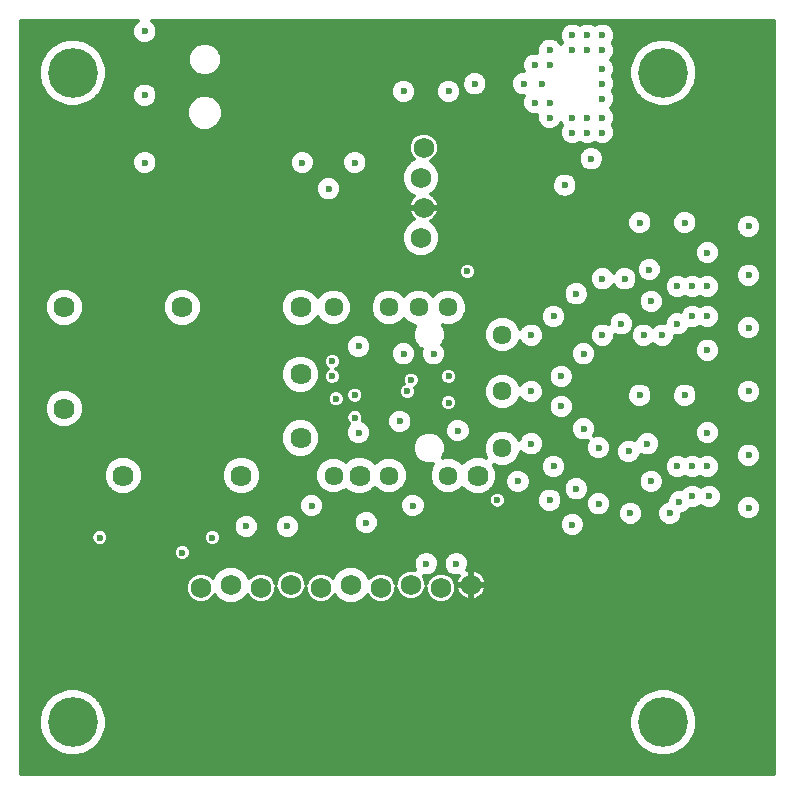
<source format=gbr>
G75*
%MOIN*%
%OFA0B0*%
%FSLAX25Y25*%
%IPPOS*%
%LPD*%
%AMOC8*
5,1,8,0,0,1.08239X$1,22.5*
%
%ADD10C,0.07028*%
%ADD11C,0.06358*%
%ADD12C,0.16598*%
%ADD13C,0.06800*%
%ADD14C,0.02362*%
%ADD15C,0.01299*%
D10*
X0064242Y0103749D03*
X0044557Y0126091D03*
X0044557Y0159851D03*
X0083927Y0159851D03*
X0123297Y0159851D03*
X0123297Y0137509D03*
X0123297Y0116249D03*
X0103612Y0103749D03*
X0142982Y0103749D03*
X0182352Y0103749D03*
D11*
X0172510Y0103749D03*
X0152825Y0103749D03*
X0134321Y0103749D03*
X0190620Y0112902D03*
X0190620Y0131800D03*
X0190620Y0150698D03*
X0172510Y0159851D03*
X0162667Y0159851D03*
X0152825Y0159851D03*
X0134321Y0159851D03*
D12*
X0047352Y0238020D03*
X0244203Y0238020D03*
X0244203Y0021485D03*
X0047352Y0021485D03*
D13*
X0090167Y0066300D03*
X0100167Y0067300D03*
X0110167Y0066300D03*
X0120167Y0067300D03*
X0130167Y0066300D03*
X0140167Y0067300D03*
X0150167Y0066300D03*
X0160167Y0067300D03*
X0170167Y0066300D03*
X0180167Y0067300D03*
X0163417Y0183050D03*
X0164417Y0193050D03*
X0163417Y0203050D03*
X0164417Y0213050D03*
D14*
X0176417Y0219615D03*
X0182667Y0219615D03*
X0182667Y0214615D03*
X0188917Y0219615D03*
X0201417Y0228050D03*
X0206417Y0228050D03*
X0206417Y0223050D03*
X0213917Y0223050D03*
X0218917Y0223050D03*
X0218917Y0218050D03*
X0213917Y0218050D03*
X0223917Y0218050D03*
X0223917Y0223050D03*
X0223917Y0229300D03*
X0223917Y0234300D03*
X0223917Y0239300D03*
X0223917Y0245550D03*
X0218917Y0245550D03*
X0213917Y0245550D03*
X0213917Y0250550D03*
X0218917Y0250550D03*
X0223917Y0250550D03*
X0206417Y0245550D03*
X0206417Y0240550D03*
X0201417Y0240550D03*
X0203917Y0234300D03*
X0197667Y0234300D03*
X0181417Y0234300D03*
X0172667Y0231800D03*
X0157667Y0231800D03*
X0141417Y0208050D03*
X0132667Y0199300D03*
X0123917Y0208050D03*
X0071417Y0208050D03*
X0071417Y0230550D03*
X0071417Y0251800D03*
X0178917Y0171800D03*
X0200167Y0150550D03*
X0207667Y0156800D03*
X0215167Y0164300D03*
X0223917Y0169300D03*
X0231417Y0169300D03*
X0239542Y0172425D03*
X0231417Y0178050D03*
X0236417Y0188050D03*
X0251417Y0188050D03*
X0258917Y0178050D03*
X0258917Y0166800D03*
X0253917Y0166800D03*
X0248917Y0166800D03*
X0240167Y0161800D03*
X0248917Y0154300D03*
X0253917Y0156800D03*
X0258917Y0156800D03*
X0258917Y0145550D03*
X0272667Y0153050D03*
X0272667Y0170550D03*
X0272667Y0186800D03*
X0243917Y0150550D03*
X0237667Y0150550D03*
X0230167Y0154300D03*
X0223917Y0150550D03*
X0217667Y0144300D03*
X0210167Y0136800D03*
X0200167Y0131800D03*
X0210167Y0126800D03*
X0217667Y0119300D03*
X0222667Y0113050D03*
X0232667Y0111800D03*
X0238917Y0114300D03*
X0231417Y0120550D03*
X0236417Y0130550D03*
X0251417Y0130550D03*
X0258917Y0118050D03*
X0258917Y0106800D03*
X0253917Y0106800D03*
X0248917Y0106800D03*
X0240167Y0101800D03*
X0249542Y0094925D03*
X0253917Y0096800D03*
X0259542Y0096800D03*
X0272667Y0093050D03*
X0272667Y0110550D03*
X0272667Y0131800D03*
X0246417Y0091175D03*
X0233292Y0091175D03*
X0222667Y0094300D03*
X0215167Y0099300D03*
X0206417Y0095550D03*
X0213917Y0087425D03*
X0206417Y0078050D03*
X0188917Y0095550D03*
X0195792Y0101800D03*
X0207667Y0106800D03*
X0200167Y0114300D03*
X0175792Y0118675D03*
X0172667Y0128050D03*
X0172667Y0136800D03*
X0167667Y0144300D03*
X0157667Y0144300D03*
X0160167Y0135550D03*
X0158917Y0131800D03*
X0156417Y0121800D03*
X0142667Y0118050D03*
X0141417Y0123050D03*
X0135167Y0129300D03*
X0141417Y0130550D03*
X0133917Y0136800D03*
X0133917Y0141800D03*
X0142667Y0146800D03*
X0127042Y0093675D03*
X0133917Y0086800D03*
X0145167Y0088050D03*
X0150167Y0091800D03*
X0160792Y0093675D03*
X0175167Y0088050D03*
X0175167Y0074300D03*
X0165167Y0074300D03*
X0118917Y0086800D03*
X0105167Y0086800D03*
X0100167Y0093050D03*
X0093917Y0083050D03*
X0083917Y0078050D03*
X0078917Y0073050D03*
X0056417Y0083050D03*
X0050167Y0073050D03*
X0211417Y0200550D03*
X0220167Y0209300D03*
D15*
X0030089Y0255284D02*
X0030089Y0004221D01*
X0281152Y0004221D01*
X0281152Y0255284D01*
X0073863Y0255284D01*
X0074972Y0254175D01*
X0075610Y0252634D01*
X0075610Y0250966D01*
X0074972Y0249425D01*
X0073792Y0248245D01*
X0072251Y0247607D01*
X0070583Y0247607D01*
X0069042Y0248245D01*
X0067863Y0249425D01*
X0067224Y0250966D01*
X0067224Y0252634D01*
X0067863Y0254175D01*
X0068972Y0255284D01*
X0030089Y0255284D01*
X0030089Y0254856D02*
X0068544Y0254856D01*
X0067607Y0253558D02*
X0030089Y0253558D01*
X0030089Y0252261D02*
X0067224Y0252261D01*
X0067226Y0250963D02*
X0030089Y0250963D01*
X0030089Y0249665D02*
X0067763Y0249665D01*
X0068920Y0248368D02*
X0052053Y0248368D01*
X0051718Y0248561D02*
X0048841Y0249331D01*
X0045863Y0249331D01*
X0042986Y0248561D01*
X0040407Y0247072D01*
X0038301Y0244966D01*
X0036812Y0242386D01*
X0036041Y0239510D01*
X0036041Y0236531D01*
X0036812Y0233655D01*
X0038301Y0231075D01*
X0040407Y0228969D01*
X0042986Y0227480D01*
X0045863Y0226709D01*
X0048841Y0226709D01*
X0051718Y0227480D01*
X0054297Y0228969D01*
X0056403Y0231075D01*
X0057893Y0233655D01*
X0058663Y0236531D01*
X0058663Y0239510D01*
X0057893Y0242386D01*
X0056403Y0244966D01*
X0054297Y0247072D01*
X0051718Y0248561D01*
X0054299Y0247070D02*
X0088179Y0247070D01*
X0088262Y0247153D02*
X0086695Y0245586D01*
X0085846Y0243538D01*
X0085846Y0241322D01*
X0086695Y0239274D01*
X0088262Y0237707D01*
X0090309Y0236859D01*
X0092525Y0236859D01*
X0094573Y0237707D01*
X0096140Y0239274D01*
X0096988Y0241322D01*
X0096988Y0243538D01*
X0096140Y0245586D01*
X0094573Y0247153D01*
X0092525Y0248001D01*
X0090309Y0248001D01*
X0088262Y0247153D01*
X0086881Y0245772D02*
X0055597Y0245772D01*
X0056687Y0244474D02*
X0086234Y0244474D01*
X0085846Y0243177D02*
X0057436Y0243177D01*
X0058029Y0241879D02*
X0085846Y0241879D01*
X0086153Y0240581D02*
X0058376Y0240581D01*
X0058663Y0239283D02*
X0086691Y0239283D01*
X0087983Y0237986D02*
X0058663Y0237986D01*
X0058663Y0236688D02*
X0177876Y0236688D01*
X0177863Y0236675D02*
X0177224Y0235134D01*
X0177224Y0233466D01*
X0177863Y0231925D01*
X0179042Y0230745D01*
X0180583Y0230107D01*
X0182251Y0230107D01*
X0183792Y0230745D01*
X0184972Y0231925D01*
X0185610Y0233466D01*
X0185610Y0235134D01*
X0184972Y0236675D01*
X0183792Y0237855D01*
X0182251Y0238493D01*
X0180583Y0238493D01*
X0179042Y0237855D01*
X0177863Y0236675D01*
X0177331Y0235390D02*
X0174956Y0235390D01*
X0175042Y0235355D02*
X0173501Y0235993D01*
X0171833Y0235993D01*
X0170292Y0235355D01*
X0169113Y0234175D01*
X0168474Y0232634D01*
X0168474Y0230966D01*
X0169113Y0229425D01*
X0170292Y0228245D01*
X0171833Y0227607D01*
X0173501Y0227607D01*
X0175042Y0228245D01*
X0176222Y0229425D01*
X0176860Y0230966D01*
X0176860Y0232634D01*
X0176222Y0234175D01*
X0175042Y0235355D01*
X0176256Y0234093D02*
X0177224Y0234093D01*
X0177502Y0232795D02*
X0176794Y0232795D01*
X0176860Y0231497D02*
X0178291Y0231497D01*
X0176543Y0230199D02*
X0180360Y0230199D01*
X0182474Y0230199D02*
X0196610Y0230199D01*
X0196833Y0230107D02*
X0195292Y0230745D01*
X0194113Y0231925D01*
X0193474Y0233466D01*
X0193474Y0235134D01*
X0194113Y0236675D01*
X0195292Y0237855D01*
X0196833Y0238493D01*
X0197731Y0238493D01*
X0197224Y0239716D01*
X0197224Y0241384D01*
X0197863Y0242925D01*
X0199042Y0244105D01*
X0200583Y0244743D01*
X0202224Y0244743D01*
X0202224Y0246384D01*
X0202863Y0247925D01*
X0204042Y0249105D01*
X0205583Y0249743D01*
X0207251Y0249743D01*
X0208792Y0249105D01*
X0209972Y0247925D01*
X0210167Y0247453D01*
X0210363Y0247925D01*
X0210488Y0248050D01*
X0210363Y0248175D01*
X0209724Y0249716D01*
X0209724Y0251384D01*
X0210363Y0252925D01*
X0211542Y0254105D01*
X0213083Y0254743D01*
X0214751Y0254743D01*
X0216292Y0254105D01*
X0216417Y0253980D01*
X0216542Y0254105D01*
X0218083Y0254743D01*
X0219751Y0254743D01*
X0221292Y0254105D01*
X0221417Y0253980D01*
X0221542Y0254105D01*
X0223083Y0254743D01*
X0224751Y0254743D01*
X0226292Y0254105D01*
X0227472Y0252925D01*
X0228110Y0251384D01*
X0228110Y0249716D01*
X0227472Y0248175D01*
X0227347Y0248050D01*
X0227472Y0247925D01*
X0228110Y0246384D01*
X0228110Y0244716D01*
X0227472Y0243175D01*
X0226722Y0242425D01*
X0227472Y0241675D01*
X0228110Y0240134D01*
X0228110Y0238466D01*
X0227472Y0236925D01*
X0227347Y0236800D01*
X0227472Y0236675D01*
X0228110Y0235134D01*
X0228110Y0233466D01*
X0227472Y0231925D01*
X0227347Y0231800D01*
X0227472Y0231675D01*
X0228110Y0230134D01*
X0228110Y0228466D01*
X0227472Y0226925D01*
X0226722Y0226175D01*
X0227472Y0225425D01*
X0228110Y0223884D01*
X0228110Y0222216D01*
X0227472Y0220675D01*
X0227347Y0220550D01*
X0227472Y0220425D01*
X0228110Y0218884D01*
X0228110Y0217216D01*
X0227472Y0215675D01*
X0226292Y0214495D01*
X0224751Y0213857D01*
X0223083Y0213857D01*
X0221542Y0214495D01*
X0221417Y0214620D01*
X0221292Y0214495D01*
X0219751Y0213857D01*
X0218083Y0213857D01*
X0216542Y0214495D01*
X0216417Y0214620D01*
X0216292Y0214495D01*
X0214751Y0213857D01*
X0213083Y0213857D01*
X0211542Y0214495D01*
X0210363Y0215675D01*
X0209724Y0217216D01*
X0209724Y0218884D01*
X0210363Y0220425D01*
X0210488Y0220550D01*
X0210363Y0220675D01*
X0210167Y0221147D01*
X0209972Y0220675D01*
X0208792Y0219495D01*
X0207251Y0218857D01*
X0205583Y0218857D01*
X0204042Y0219495D01*
X0202863Y0220675D01*
X0202224Y0222216D01*
X0202224Y0223857D01*
X0200583Y0223857D01*
X0199042Y0224495D01*
X0197863Y0225675D01*
X0197224Y0227216D01*
X0197224Y0228884D01*
X0197731Y0230107D01*
X0196833Y0230107D01*
X0197232Y0228902D02*
X0175699Y0228902D01*
X0169636Y0228902D02*
X0160699Y0228902D01*
X0161222Y0229425D02*
X0160042Y0228245D01*
X0158501Y0227607D01*
X0156833Y0227607D01*
X0155292Y0228245D01*
X0154113Y0229425D01*
X0153474Y0230966D01*
X0153474Y0232634D01*
X0154113Y0234175D01*
X0155292Y0235355D01*
X0156833Y0235993D01*
X0158501Y0235993D01*
X0160042Y0235355D01*
X0161222Y0234175D01*
X0161860Y0232634D01*
X0161860Y0230966D01*
X0161222Y0229425D01*
X0161543Y0230199D02*
X0168792Y0230199D01*
X0168474Y0231497D02*
X0161860Y0231497D01*
X0161794Y0232795D02*
X0168541Y0232795D01*
X0169079Y0234093D02*
X0161256Y0234093D01*
X0159956Y0235390D02*
X0170379Y0235390D01*
X0179359Y0237986D02*
X0094852Y0237986D01*
X0096144Y0239283D02*
X0197404Y0239283D01*
X0197224Y0240581D02*
X0096681Y0240581D01*
X0096988Y0241879D02*
X0197429Y0241879D01*
X0198114Y0243177D02*
X0096988Y0243177D01*
X0096600Y0244474D02*
X0199935Y0244474D01*
X0202224Y0245772D02*
X0095954Y0245772D01*
X0094656Y0247070D02*
X0202508Y0247070D01*
X0203305Y0248368D02*
X0073915Y0248368D01*
X0075071Y0249665D02*
X0205396Y0249665D01*
X0207439Y0249665D02*
X0209745Y0249665D01*
X0209724Y0250963D02*
X0075609Y0250963D01*
X0075610Y0252261D02*
X0210088Y0252261D01*
X0210996Y0253558D02*
X0075227Y0253558D01*
X0074291Y0254856D02*
X0281152Y0254856D01*
X0281152Y0253558D02*
X0226839Y0253558D01*
X0227747Y0252261D02*
X0281152Y0252261D01*
X0281152Y0250963D02*
X0228110Y0250963D01*
X0228089Y0249665D02*
X0281152Y0249665D01*
X0281152Y0248368D02*
X0248903Y0248368D01*
X0248569Y0248561D02*
X0245692Y0249331D01*
X0242714Y0249331D01*
X0239837Y0248561D01*
X0237258Y0247072D01*
X0235152Y0244966D01*
X0233663Y0242386D01*
X0232892Y0239510D01*
X0232892Y0236531D01*
X0233663Y0233655D01*
X0235152Y0231075D01*
X0237258Y0228969D01*
X0239837Y0227480D01*
X0242714Y0226709D01*
X0245692Y0226709D01*
X0248569Y0227480D01*
X0251148Y0228969D01*
X0253254Y0231075D01*
X0254743Y0233655D01*
X0255514Y0236531D01*
X0255514Y0239510D01*
X0254743Y0242386D01*
X0253254Y0244966D01*
X0251148Y0247072D01*
X0248569Y0248561D01*
X0251150Y0247070D02*
X0281152Y0247070D01*
X0281152Y0245772D02*
X0252447Y0245772D01*
X0253537Y0244474D02*
X0281152Y0244474D01*
X0281152Y0243177D02*
X0254287Y0243177D01*
X0254879Y0241879D02*
X0281152Y0241879D01*
X0281152Y0240581D02*
X0255227Y0240581D01*
X0255514Y0239283D02*
X0281152Y0239283D01*
X0281152Y0237986D02*
X0255514Y0237986D01*
X0255514Y0236688D02*
X0281152Y0236688D01*
X0281152Y0235390D02*
X0255208Y0235390D01*
X0254860Y0234093D02*
X0281152Y0234093D01*
X0281152Y0232795D02*
X0254247Y0232795D01*
X0253497Y0231497D02*
X0281152Y0231497D01*
X0281152Y0230199D02*
X0252378Y0230199D01*
X0251031Y0228902D02*
X0281152Y0228902D01*
X0281152Y0227604D02*
X0248783Y0227604D01*
X0239623Y0227604D02*
X0227753Y0227604D01*
X0228110Y0228902D02*
X0237375Y0228902D01*
X0236028Y0230199D02*
X0228083Y0230199D01*
X0227546Y0231497D02*
X0234908Y0231497D01*
X0234159Y0232795D02*
X0227832Y0232795D01*
X0228110Y0234093D02*
X0233545Y0234093D01*
X0233197Y0235390D02*
X0228004Y0235390D01*
X0227459Y0236688D02*
X0232892Y0236688D01*
X0232892Y0237986D02*
X0227911Y0237986D01*
X0228110Y0239283D02*
X0232892Y0239283D01*
X0233179Y0240581D02*
X0227925Y0240581D01*
X0227268Y0241879D02*
X0233527Y0241879D01*
X0234119Y0243177D02*
X0227473Y0243177D01*
X0228010Y0244474D02*
X0234868Y0244474D01*
X0235958Y0245772D02*
X0228110Y0245772D01*
X0227826Y0247070D02*
X0237256Y0247070D01*
X0239502Y0248368D02*
X0227552Y0248368D01*
X0210283Y0248368D02*
X0209529Y0248368D01*
X0195609Y0237986D02*
X0183476Y0237986D01*
X0184959Y0236688D02*
X0194126Y0236688D01*
X0193581Y0235390D02*
X0185504Y0235390D01*
X0185610Y0234093D02*
X0193474Y0234093D01*
X0193752Y0232795D02*
X0185332Y0232795D01*
X0184544Y0231497D02*
X0194541Y0231497D01*
X0197224Y0227604D02*
X0096676Y0227604D01*
X0096474Y0228092D02*
X0094796Y0229770D01*
X0092604Y0230678D01*
X0090231Y0230678D01*
X0088039Y0229770D01*
X0086361Y0228092D01*
X0085453Y0225900D01*
X0085453Y0223527D01*
X0086361Y0221335D01*
X0088039Y0219657D01*
X0090231Y0218749D01*
X0092604Y0218749D01*
X0094796Y0219657D01*
X0096474Y0221335D01*
X0097382Y0223527D01*
X0097382Y0225900D01*
X0096474Y0228092D01*
X0095664Y0228902D02*
X0154636Y0228902D01*
X0153792Y0230199D02*
X0093759Y0230199D01*
X0097214Y0226306D02*
X0197601Y0226306D01*
X0198529Y0225009D02*
X0097382Y0225009D01*
X0097382Y0223711D02*
X0202224Y0223711D01*
X0202224Y0222413D02*
X0096920Y0222413D01*
X0096254Y0221115D02*
X0202680Y0221115D01*
X0203720Y0219818D02*
X0094957Y0219818D01*
X0087878Y0219818D02*
X0030089Y0219818D01*
X0030089Y0221115D02*
X0086580Y0221115D01*
X0085914Y0222413D02*
X0030089Y0222413D01*
X0030089Y0223711D02*
X0085453Y0223711D01*
X0085453Y0225009D02*
X0030089Y0225009D01*
X0030089Y0226306D02*
X0085621Y0226306D01*
X0086159Y0227604D02*
X0074401Y0227604D01*
X0074972Y0228175D02*
X0075610Y0229716D01*
X0075610Y0231384D01*
X0074972Y0232925D01*
X0073792Y0234105D01*
X0072251Y0234743D01*
X0070583Y0234743D01*
X0069042Y0234105D01*
X0067863Y0232925D01*
X0067224Y0231384D01*
X0067224Y0229716D01*
X0067863Y0228175D01*
X0069042Y0226995D01*
X0070583Y0226357D01*
X0072251Y0226357D01*
X0073792Y0226995D01*
X0074972Y0228175D01*
X0075273Y0228902D02*
X0087170Y0228902D01*
X0089076Y0230199D02*
X0075610Y0230199D01*
X0075563Y0231497D02*
X0153474Y0231497D01*
X0153541Y0232795D02*
X0075026Y0232795D01*
X0073804Y0234093D02*
X0154079Y0234093D01*
X0155379Y0235390D02*
X0058358Y0235390D01*
X0058010Y0234093D02*
X0069030Y0234093D01*
X0067809Y0232795D02*
X0057396Y0232795D01*
X0056647Y0231497D02*
X0067271Y0231497D01*
X0067224Y0230199D02*
X0055527Y0230199D01*
X0054180Y0228902D02*
X0067562Y0228902D01*
X0068434Y0227604D02*
X0051932Y0227604D01*
X0042772Y0227604D02*
X0030089Y0227604D01*
X0030089Y0228902D02*
X0040525Y0228902D01*
X0039177Y0230199D02*
X0030089Y0230199D01*
X0030089Y0231497D02*
X0038058Y0231497D01*
X0037309Y0232795D02*
X0030089Y0232795D01*
X0030089Y0234093D02*
X0036695Y0234093D01*
X0036347Y0235390D02*
X0030089Y0235390D01*
X0030089Y0236688D02*
X0036041Y0236688D01*
X0036041Y0237986D02*
X0030089Y0237986D01*
X0030089Y0239283D02*
X0036041Y0239283D01*
X0036328Y0240581D02*
X0030089Y0240581D01*
X0030089Y0241879D02*
X0036676Y0241879D01*
X0037268Y0243177D02*
X0030089Y0243177D01*
X0030089Y0244474D02*
X0038018Y0244474D01*
X0039108Y0245772D02*
X0030089Y0245772D01*
X0030089Y0247070D02*
X0040406Y0247070D01*
X0042652Y0248368D02*
X0030089Y0248368D01*
X0030089Y0218520D02*
X0209724Y0218520D01*
X0209724Y0217222D02*
X0167364Y0217222D01*
X0167269Y0217317D02*
X0165419Y0218084D01*
X0163416Y0218084D01*
X0161566Y0217317D01*
X0160150Y0215901D01*
X0159383Y0214051D01*
X0159383Y0212049D01*
X0160150Y0210199D01*
X0161254Y0209094D01*
X0159785Y0208486D01*
X0157982Y0206682D01*
X0157006Y0204325D01*
X0157006Y0201775D01*
X0157982Y0199418D01*
X0159785Y0197614D01*
X0161265Y0197001D01*
X0161128Y0196902D01*
X0160566Y0196340D01*
X0160099Y0195697D01*
X0159738Y0194988D01*
X0159492Y0194232D01*
X0159368Y0193447D01*
X0159368Y0193400D01*
X0164067Y0193400D01*
X0164067Y0192700D01*
X0159368Y0192700D01*
X0159368Y0192653D01*
X0159492Y0191868D01*
X0159738Y0191112D01*
X0160099Y0190403D01*
X0160566Y0189760D01*
X0161128Y0189198D01*
X0161265Y0189099D01*
X0159785Y0188486D01*
X0157982Y0186682D01*
X0157006Y0184325D01*
X0157006Y0181775D01*
X0157982Y0179418D01*
X0159785Y0177614D01*
X0162142Y0176638D01*
X0164693Y0176638D01*
X0167049Y0177614D01*
X0168853Y0179418D01*
X0169829Y0181775D01*
X0169829Y0184325D01*
X0168853Y0186682D01*
X0167049Y0188486D01*
X0166792Y0188592D01*
X0167064Y0188731D01*
X0167707Y0189198D01*
X0168269Y0189760D01*
X0168736Y0190403D01*
X0169097Y0191112D01*
X0169343Y0191868D01*
X0169467Y0192653D01*
X0169467Y0192700D01*
X0164768Y0192700D01*
X0164768Y0193400D01*
X0169467Y0193400D01*
X0169467Y0193447D01*
X0169343Y0194232D01*
X0169097Y0194988D01*
X0168736Y0195697D01*
X0168269Y0196340D01*
X0167707Y0196902D01*
X0167064Y0197369D01*
X0166792Y0197508D01*
X0167049Y0197614D01*
X0168853Y0199418D01*
X0169829Y0201775D01*
X0169829Y0204325D01*
X0168853Y0206682D01*
X0167049Y0208486D01*
X0166801Y0208589D01*
X0167269Y0208783D01*
X0168685Y0210199D01*
X0169451Y0212049D01*
X0169451Y0214051D01*
X0168685Y0215901D01*
X0167269Y0217317D01*
X0168662Y0215924D02*
X0210259Y0215924D01*
X0211411Y0214627D02*
X0169213Y0214627D01*
X0169451Y0213329D02*
X0218938Y0213329D01*
X0219333Y0213493D02*
X0217792Y0212855D01*
X0216613Y0211675D01*
X0215974Y0210134D01*
X0215974Y0208466D01*
X0216613Y0206925D01*
X0217792Y0205745D01*
X0219333Y0205107D01*
X0221001Y0205107D01*
X0222542Y0205745D01*
X0223722Y0206925D01*
X0224360Y0208466D01*
X0224360Y0210134D01*
X0223722Y0211675D01*
X0222542Y0212855D01*
X0221001Y0213493D01*
X0219333Y0213493D01*
X0221397Y0213329D02*
X0281152Y0213329D01*
X0281152Y0212031D02*
X0223366Y0212031D01*
X0224112Y0210734D02*
X0281152Y0210734D01*
X0281152Y0209436D02*
X0224360Y0209436D01*
X0224224Y0208138D02*
X0281152Y0208138D01*
X0281152Y0206840D02*
X0223637Y0206840D01*
X0222053Y0205543D02*
X0281152Y0205543D01*
X0281152Y0204245D02*
X0213454Y0204245D01*
X0213792Y0204105D02*
X0212251Y0204743D01*
X0210583Y0204743D01*
X0209042Y0204105D01*
X0207863Y0202925D01*
X0207224Y0201384D01*
X0207224Y0199716D01*
X0207863Y0198175D01*
X0209042Y0196995D01*
X0210583Y0196357D01*
X0212251Y0196357D01*
X0213792Y0196995D01*
X0214972Y0198175D01*
X0215610Y0199716D01*
X0215610Y0201384D01*
X0214972Y0202925D01*
X0213792Y0204105D01*
X0214950Y0202947D02*
X0281152Y0202947D01*
X0281152Y0201649D02*
X0215500Y0201649D01*
X0215610Y0200352D02*
X0281152Y0200352D01*
X0281152Y0199054D02*
X0215336Y0199054D01*
X0214553Y0197756D02*
X0281152Y0197756D01*
X0281152Y0196459D02*
X0212496Y0196459D01*
X0210338Y0196459D02*
X0168150Y0196459D01*
X0169009Y0195161D02*
X0281152Y0195161D01*
X0281152Y0193863D02*
X0169401Y0193863D01*
X0169453Y0192565D02*
X0281152Y0192565D01*
X0281152Y0191268D02*
X0254129Y0191268D01*
X0253792Y0191605D02*
X0252251Y0192243D01*
X0250583Y0192243D01*
X0249042Y0191605D01*
X0247863Y0190425D01*
X0247224Y0188884D01*
X0247224Y0187216D01*
X0247863Y0185675D01*
X0249042Y0184495D01*
X0250583Y0183857D01*
X0252251Y0183857D01*
X0253792Y0184495D01*
X0254972Y0185675D01*
X0255610Y0187216D01*
X0255610Y0188884D01*
X0254972Y0190425D01*
X0253792Y0191605D01*
X0255160Y0189970D02*
X0269908Y0189970D01*
X0270292Y0190355D02*
X0269113Y0189175D01*
X0268474Y0187634D01*
X0268474Y0185966D01*
X0269113Y0184425D01*
X0270292Y0183245D01*
X0271833Y0182607D01*
X0273501Y0182607D01*
X0275042Y0183245D01*
X0276222Y0184425D01*
X0276860Y0185966D01*
X0276860Y0187634D01*
X0276222Y0189175D01*
X0275042Y0190355D01*
X0273501Y0190993D01*
X0271833Y0190993D01*
X0270292Y0190355D01*
X0268904Y0188672D02*
X0255610Y0188672D01*
X0255610Y0187375D02*
X0268474Y0187375D01*
X0268474Y0186077D02*
X0255138Y0186077D01*
X0254076Y0184779D02*
X0268966Y0184779D01*
X0270056Y0183481D02*
X0169829Y0183481D01*
X0169829Y0182184D02*
X0257940Y0182184D01*
X0258083Y0182243D02*
X0256542Y0181605D01*
X0255363Y0180425D01*
X0254724Y0178884D01*
X0254724Y0177216D01*
X0255363Y0175675D01*
X0256542Y0174495D01*
X0258083Y0173857D01*
X0259751Y0173857D01*
X0261292Y0174495D01*
X0262472Y0175675D01*
X0263110Y0177216D01*
X0263110Y0178884D01*
X0262472Y0180425D01*
X0261292Y0181605D01*
X0259751Y0182243D01*
X0258083Y0182243D01*
X0259894Y0182184D02*
X0281152Y0182184D01*
X0281152Y0183481D02*
X0275278Y0183481D01*
X0276369Y0184779D02*
X0281152Y0184779D01*
X0281152Y0186077D02*
X0276860Y0186077D01*
X0276860Y0187375D02*
X0281152Y0187375D01*
X0281152Y0188672D02*
X0276430Y0188672D01*
X0275427Y0189970D02*
X0281152Y0189970D01*
X0281152Y0180886D02*
X0262011Y0180886D01*
X0262819Y0179588D02*
X0281152Y0179588D01*
X0281152Y0178290D02*
X0263110Y0178290D01*
X0263018Y0176993D02*
X0281152Y0176993D01*
X0281152Y0175695D02*
X0262480Y0175695D01*
X0261055Y0174397D02*
X0270999Y0174397D01*
X0270292Y0174105D02*
X0271833Y0174743D01*
X0273501Y0174743D01*
X0275042Y0174105D01*
X0276222Y0172925D01*
X0276860Y0171384D01*
X0276860Y0169716D01*
X0276222Y0168175D01*
X0275042Y0166995D01*
X0273501Y0166357D01*
X0271833Y0166357D01*
X0270292Y0166995D01*
X0269113Y0168175D01*
X0268474Y0169716D01*
X0268474Y0171384D01*
X0269113Y0172925D01*
X0270292Y0174105D01*
X0269287Y0173100D02*
X0243735Y0173100D01*
X0243735Y0173259D02*
X0243097Y0174800D01*
X0241917Y0175980D01*
X0240376Y0176618D01*
X0238708Y0176618D01*
X0237167Y0175980D01*
X0235988Y0174800D01*
X0235349Y0173259D01*
X0235349Y0171591D01*
X0235988Y0170050D01*
X0237167Y0168870D01*
X0238708Y0168232D01*
X0240376Y0168232D01*
X0241917Y0168870D01*
X0243097Y0170050D01*
X0243735Y0171591D01*
X0243735Y0173259D01*
X0243264Y0174397D02*
X0256779Y0174397D01*
X0255354Y0175695D02*
X0242202Y0175695D01*
X0243735Y0171802D02*
X0268647Y0171802D01*
X0268474Y0170504D02*
X0260931Y0170504D01*
X0261292Y0170355D02*
X0259751Y0170993D01*
X0258083Y0170993D01*
X0256542Y0170355D01*
X0256417Y0170230D01*
X0256292Y0170355D01*
X0254751Y0170993D01*
X0253083Y0170993D01*
X0251542Y0170355D01*
X0251417Y0170230D01*
X0251292Y0170355D01*
X0249751Y0170993D01*
X0248083Y0170993D01*
X0246542Y0170355D01*
X0245363Y0169175D01*
X0244724Y0167634D01*
X0244724Y0165966D01*
X0245363Y0164425D01*
X0246542Y0163245D01*
X0248083Y0162607D01*
X0249751Y0162607D01*
X0251292Y0163245D01*
X0251417Y0163370D01*
X0251542Y0163245D01*
X0253083Y0162607D01*
X0254751Y0162607D01*
X0256292Y0163245D01*
X0256417Y0163370D01*
X0256542Y0163245D01*
X0258083Y0162607D01*
X0259751Y0162607D01*
X0261292Y0163245D01*
X0262472Y0164425D01*
X0263110Y0165966D01*
X0263110Y0167634D01*
X0262472Y0169175D01*
X0261292Y0170355D01*
X0262441Y0169206D02*
X0268685Y0169206D01*
X0269379Y0167909D02*
X0262996Y0167909D01*
X0263110Y0166611D02*
X0271220Y0166611D01*
X0274114Y0166611D02*
X0281152Y0166611D01*
X0281152Y0167909D02*
X0275956Y0167909D01*
X0276649Y0169206D02*
X0281152Y0169206D01*
X0281152Y0170504D02*
X0276860Y0170504D01*
X0276687Y0171802D02*
X0281152Y0171802D01*
X0281152Y0173100D02*
X0276047Y0173100D01*
X0274336Y0174397D02*
X0281152Y0174397D01*
X0281152Y0165313D02*
X0262840Y0165313D01*
X0262062Y0164015D02*
X0281152Y0164015D01*
X0281152Y0162718D02*
X0260019Y0162718D01*
X0259751Y0160993D02*
X0258083Y0160993D01*
X0256542Y0160355D01*
X0256417Y0160230D01*
X0256292Y0160355D01*
X0254751Y0160993D01*
X0253083Y0160993D01*
X0251542Y0160355D01*
X0250363Y0159175D01*
X0250032Y0158377D01*
X0249751Y0158493D01*
X0248083Y0158493D01*
X0246542Y0157855D01*
X0245363Y0156675D01*
X0244724Y0155134D01*
X0244724Y0154743D01*
X0243083Y0154743D01*
X0241542Y0154105D01*
X0240792Y0153355D01*
X0240042Y0154105D01*
X0238501Y0154743D01*
X0236833Y0154743D01*
X0235292Y0154105D01*
X0234153Y0152965D01*
X0234360Y0153466D01*
X0234360Y0155134D01*
X0233722Y0156675D01*
X0232542Y0157855D01*
X0231001Y0158493D01*
X0229333Y0158493D01*
X0227792Y0157855D01*
X0226613Y0156675D01*
X0225974Y0155134D01*
X0225974Y0154236D01*
X0224751Y0154743D01*
X0223083Y0154743D01*
X0221542Y0154105D01*
X0220363Y0152925D01*
X0219724Y0151384D01*
X0219724Y0149716D01*
X0220363Y0148175D01*
X0221542Y0146995D01*
X0223083Y0146357D01*
X0224751Y0146357D01*
X0226292Y0146995D01*
X0227472Y0148175D01*
X0228110Y0149716D01*
X0228110Y0150614D01*
X0229333Y0150107D01*
X0231001Y0150107D01*
X0232542Y0150745D01*
X0233682Y0151885D01*
X0233474Y0151384D01*
X0233474Y0149716D01*
X0234113Y0148175D01*
X0235292Y0146995D01*
X0236833Y0146357D01*
X0238501Y0146357D01*
X0240042Y0146995D01*
X0240792Y0147745D01*
X0241542Y0146995D01*
X0243083Y0146357D01*
X0244751Y0146357D01*
X0246292Y0146995D01*
X0247472Y0148175D01*
X0248110Y0149716D01*
X0248110Y0150107D01*
X0249751Y0150107D01*
X0251292Y0150745D01*
X0252472Y0151925D01*
X0252803Y0152723D01*
X0253083Y0152607D01*
X0254751Y0152607D01*
X0256292Y0153245D01*
X0256417Y0153370D01*
X0256542Y0153245D01*
X0258083Y0152607D01*
X0259751Y0152607D01*
X0261292Y0153245D01*
X0262472Y0154425D01*
X0263110Y0155966D01*
X0263110Y0157634D01*
X0262472Y0159175D01*
X0261292Y0160355D01*
X0259751Y0160993D01*
X0261525Y0160122D02*
X0281152Y0160122D01*
X0281152Y0158825D02*
X0262617Y0158825D01*
X0263110Y0157527D02*
X0281152Y0157527D01*
X0281152Y0156229D02*
X0275418Y0156229D01*
X0275042Y0156605D02*
X0273501Y0157243D01*
X0271833Y0157243D01*
X0270292Y0156605D01*
X0269113Y0155425D01*
X0268474Y0153884D01*
X0268474Y0152216D01*
X0269113Y0150675D01*
X0270292Y0149495D01*
X0271833Y0148857D01*
X0273501Y0148857D01*
X0275042Y0149495D01*
X0276222Y0150675D01*
X0276860Y0152216D01*
X0276860Y0153884D01*
X0276222Y0155425D01*
X0275042Y0156605D01*
X0276426Y0154931D02*
X0281152Y0154931D01*
X0281152Y0153634D02*
X0276860Y0153634D01*
X0276860Y0152336D02*
X0281152Y0152336D01*
X0281152Y0151038D02*
X0276372Y0151038D01*
X0275288Y0149741D02*
X0281152Y0149741D01*
X0281152Y0148443D02*
X0261954Y0148443D01*
X0262472Y0147925D02*
X0261292Y0149105D01*
X0259751Y0149743D01*
X0258083Y0149743D01*
X0256542Y0149105D01*
X0255363Y0147925D01*
X0254724Y0146384D01*
X0254724Y0144716D01*
X0255363Y0143175D01*
X0256542Y0141995D01*
X0258083Y0141357D01*
X0259751Y0141357D01*
X0261292Y0141995D01*
X0262472Y0143175D01*
X0263110Y0144716D01*
X0263110Y0146384D01*
X0262472Y0147925D01*
X0262795Y0147145D02*
X0281152Y0147145D01*
X0281152Y0145847D02*
X0263110Y0145847D01*
X0263041Y0144550D02*
X0281152Y0144550D01*
X0281152Y0143252D02*
X0262504Y0143252D01*
X0261193Y0141954D02*
X0281152Y0141954D01*
X0281152Y0140656D02*
X0219828Y0140656D01*
X0220042Y0140745D02*
X0221222Y0141925D01*
X0221860Y0143466D01*
X0221860Y0145134D01*
X0221222Y0146675D01*
X0220042Y0147855D01*
X0218501Y0148493D01*
X0216833Y0148493D01*
X0215292Y0147855D01*
X0214113Y0146675D01*
X0213474Y0145134D01*
X0213474Y0143466D01*
X0214113Y0141925D01*
X0215292Y0140745D01*
X0216833Y0140107D01*
X0218501Y0140107D01*
X0220042Y0140745D01*
X0221234Y0141954D02*
X0256642Y0141954D01*
X0255331Y0143252D02*
X0221772Y0143252D01*
X0221860Y0144550D02*
X0254793Y0144550D01*
X0254724Y0145847D02*
X0221565Y0145847D01*
X0221393Y0147145D02*
X0220752Y0147145D01*
X0220252Y0148443D02*
X0218622Y0148443D01*
X0219724Y0149741D02*
X0204360Y0149741D01*
X0204360Y0149716D02*
X0204360Y0151384D01*
X0203722Y0152925D01*
X0202542Y0154105D01*
X0201001Y0154743D01*
X0199333Y0154743D01*
X0197792Y0154105D01*
X0196613Y0152925D01*
X0196506Y0152666D01*
X0195869Y0154205D01*
X0194127Y0155946D01*
X0191852Y0156889D01*
X0189389Y0156889D01*
X0187113Y0155946D01*
X0185372Y0154205D01*
X0184429Y0151929D01*
X0184429Y0149466D01*
X0185372Y0147191D01*
X0187113Y0145449D01*
X0189389Y0144507D01*
X0191852Y0144507D01*
X0194127Y0145449D01*
X0195869Y0147191D01*
X0196444Y0148581D01*
X0196613Y0148175D01*
X0197792Y0146995D01*
X0199333Y0146357D01*
X0201001Y0146357D01*
X0202542Y0146995D01*
X0203722Y0148175D01*
X0204360Y0149716D01*
X0204360Y0151038D02*
X0219724Y0151038D01*
X0220119Y0152336D02*
X0203966Y0152336D01*
X0204904Y0153634D02*
X0203013Y0153634D01*
X0204113Y0154425D02*
X0203474Y0155966D01*
X0203474Y0157634D01*
X0204113Y0159175D01*
X0205292Y0160355D01*
X0206833Y0160993D01*
X0208501Y0160993D01*
X0210042Y0160355D01*
X0211222Y0159175D01*
X0211860Y0157634D01*
X0211860Y0155966D01*
X0211222Y0154425D01*
X0210042Y0153245D01*
X0208501Y0152607D01*
X0206833Y0152607D01*
X0205292Y0153245D01*
X0204113Y0154425D01*
X0203903Y0154931D02*
X0195142Y0154931D01*
X0196105Y0153634D02*
X0197321Y0153634D01*
X0193444Y0156229D02*
X0203474Y0156229D01*
X0203474Y0157527D02*
X0178248Y0157527D01*
X0178701Y0158620D02*
X0178701Y0161083D01*
X0177758Y0163358D01*
X0176017Y0165100D01*
X0173741Y0166042D01*
X0171278Y0166042D01*
X0169003Y0165100D01*
X0167589Y0163685D01*
X0166174Y0165100D01*
X0163899Y0166042D01*
X0161436Y0166042D01*
X0159160Y0165100D01*
X0157746Y0163685D01*
X0156332Y0165100D01*
X0154056Y0166042D01*
X0151593Y0166042D01*
X0149318Y0165100D01*
X0147576Y0163358D01*
X0146634Y0161083D01*
X0146634Y0158620D01*
X0147576Y0156344D01*
X0149318Y0154603D01*
X0151593Y0153660D01*
X0154056Y0153660D01*
X0156332Y0154603D01*
X0157746Y0156017D01*
X0159160Y0154603D01*
X0161436Y0153660D01*
X0161514Y0153660D01*
X0160738Y0151786D01*
X0160738Y0149609D01*
X0161571Y0147598D01*
X0163111Y0146058D01*
X0163748Y0145794D01*
X0163474Y0145134D01*
X0163474Y0143466D01*
X0164113Y0141925D01*
X0165292Y0140745D01*
X0166833Y0140107D01*
X0168501Y0140107D01*
X0170042Y0140745D01*
X0171222Y0141925D01*
X0171860Y0143466D01*
X0171860Y0145134D01*
X0171222Y0146675D01*
X0170575Y0147322D01*
X0170850Y0147598D01*
X0171683Y0149609D01*
X0171683Y0151786D01*
X0170850Y0153798D01*
X0170781Y0153866D01*
X0171278Y0153660D01*
X0173741Y0153660D01*
X0176017Y0154603D01*
X0177758Y0156344D01*
X0178701Y0158620D01*
X0178701Y0158825D02*
X0203968Y0158825D01*
X0205060Y0160122D02*
X0178701Y0160122D01*
X0178561Y0161420D02*
X0212118Y0161420D01*
X0211613Y0161925D02*
X0212792Y0160745D01*
X0214333Y0160107D01*
X0216001Y0160107D01*
X0217542Y0160745D01*
X0218722Y0161925D01*
X0219360Y0163466D01*
X0219360Y0165134D01*
X0218722Y0166675D01*
X0217542Y0167855D01*
X0216001Y0168493D01*
X0214333Y0168493D01*
X0212792Y0167855D01*
X0211613Y0166675D01*
X0210974Y0165134D01*
X0210974Y0163466D01*
X0211613Y0161925D01*
X0211284Y0162718D02*
X0178023Y0162718D01*
X0177101Y0164015D02*
X0210974Y0164015D01*
X0211049Y0165313D02*
X0175501Y0165313D01*
X0177323Y0169414D02*
X0178357Y0168985D01*
X0179477Y0168985D01*
X0180512Y0169414D01*
X0181304Y0170205D01*
X0181732Y0171240D01*
X0181732Y0172360D01*
X0181304Y0173395D01*
X0180512Y0174186D01*
X0179477Y0174615D01*
X0178357Y0174615D01*
X0177323Y0174186D01*
X0176531Y0173395D01*
X0176102Y0172360D01*
X0176102Y0171240D01*
X0176531Y0170205D01*
X0177323Y0169414D01*
X0177823Y0169206D02*
X0030089Y0169206D01*
X0030089Y0167909D02*
X0212923Y0167909D01*
X0211586Y0166611D02*
X0030089Y0166611D01*
X0030089Y0165313D02*
X0040791Y0165313D01*
X0040861Y0165383D02*
X0039025Y0163548D01*
X0038031Y0161149D01*
X0038031Y0158553D01*
X0039025Y0156155D01*
X0040861Y0154319D01*
X0043259Y0153326D01*
X0045855Y0153326D01*
X0048254Y0154319D01*
X0050089Y0156155D01*
X0051083Y0158553D01*
X0051083Y0161149D01*
X0050089Y0163548D01*
X0048254Y0165383D01*
X0045855Y0166377D01*
X0043259Y0166377D01*
X0040861Y0165383D01*
X0039493Y0164015D02*
X0030089Y0164015D01*
X0030089Y0162718D02*
X0038681Y0162718D01*
X0038144Y0161420D02*
X0030089Y0161420D01*
X0030089Y0160122D02*
X0038031Y0160122D01*
X0038031Y0158825D02*
X0030089Y0158825D01*
X0030089Y0157527D02*
X0038457Y0157527D01*
X0038994Y0156229D02*
X0030089Y0156229D01*
X0030089Y0154931D02*
X0040248Y0154931D01*
X0042515Y0153634D02*
X0030089Y0153634D01*
X0030089Y0152336D02*
X0160966Y0152336D01*
X0160738Y0151038D02*
X0030089Y0151038D01*
X0030089Y0149741D02*
X0139678Y0149741D01*
X0139113Y0149175D02*
X0140292Y0150355D01*
X0141833Y0150993D01*
X0143501Y0150993D01*
X0145042Y0150355D01*
X0146222Y0149175D01*
X0146860Y0147634D01*
X0146860Y0145966D01*
X0146222Y0144425D01*
X0145042Y0143245D01*
X0143501Y0142607D01*
X0141833Y0142607D01*
X0140292Y0143245D01*
X0139113Y0144425D01*
X0138474Y0145966D01*
X0138474Y0147634D01*
X0139113Y0149175D01*
X0138809Y0148443D02*
X0030089Y0148443D01*
X0030089Y0147145D02*
X0138474Y0147145D01*
X0138524Y0145847D02*
X0030089Y0145847D01*
X0030089Y0144550D02*
X0133200Y0144550D01*
X0133357Y0144615D02*
X0132323Y0144186D01*
X0131531Y0143395D01*
X0131102Y0142360D01*
X0131102Y0141240D01*
X0131531Y0140205D01*
X0132323Y0139414D01*
X0132597Y0139300D01*
X0132323Y0139186D01*
X0131531Y0138395D01*
X0131102Y0137360D01*
X0131102Y0136240D01*
X0131531Y0135205D01*
X0132323Y0134414D01*
X0133357Y0133985D01*
X0134477Y0133985D01*
X0135512Y0134414D01*
X0136304Y0135205D01*
X0136732Y0136240D01*
X0136732Y0137360D01*
X0136304Y0138395D01*
X0135512Y0139186D01*
X0135238Y0139300D01*
X0135512Y0139414D01*
X0136304Y0140205D01*
X0136732Y0141240D01*
X0136732Y0142360D01*
X0136304Y0143395D01*
X0135512Y0144186D01*
X0134477Y0144615D01*
X0133357Y0144615D01*
X0134635Y0144550D02*
X0139061Y0144550D01*
X0140286Y0143252D02*
X0136363Y0143252D01*
X0136732Y0141954D02*
X0154101Y0141954D01*
X0154113Y0141925D02*
X0155292Y0140745D01*
X0156833Y0140107D01*
X0158501Y0140107D01*
X0160042Y0140745D01*
X0161222Y0141925D01*
X0161860Y0143466D01*
X0161860Y0145134D01*
X0161222Y0146675D01*
X0160042Y0147855D01*
X0158501Y0148493D01*
X0156833Y0148493D01*
X0155292Y0147855D01*
X0154113Y0146675D01*
X0153474Y0145134D01*
X0153474Y0143466D01*
X0154113Y0141925D01*
X0153563Y0143252D02*
X0145049Y0143252D01*
X0146274Y0144550D02*
X0153474Y0144550D01*
X0153770Y0145847D02*
X0146811Y0145847D01*
X0146860Y0147145D02*
X0154583Y0147145D01*
X0156712Y0148443D02*
X0146525Y0148443D01*
X0145656Y0149741D02*
X0160738Y0149741D01*
X0161221Y0148443D02*
X0158622Y0148443D01*
X0160752Y0147145D02*
X0162024Y0147145D01*
X0161565Y0145847D02*
X0163620Y0145847D01*
X0163474Y0144550D02*
X0161860Y0144550D01*
X0161772Y0143252D02*
X0163563Y0143252D01*
X0164101Y0141954D02*
X0161234Y0141954D01*
X0159828Y0140656D02*
X0165507Y0140656D01*
X0169828Y0140656D02*
X0208521Y0140656D01*
X0207792Y0140355D02*
X0206613Y0139175D01*
X0205974Y0137634D01*
X0205974Y0135966D01*
X0206613Y0134425D01*
X0207792Y0133245D01*
X0209333Y0132607D01*
X0211001Y0132607D01*
X0212542Y0133245D01*
X0213722Y0134425D01*
X0214360Y0135966D01*
X0214360Y0137634D01*
X0213722Y0139175D01*
X0212542Y0140355D01*
X0211001Y0140993D01*
X0209333Y0140993D01*
X0207792Y0140355D01*
X0206796Y0139359D02*
X0173846Y0139359D01*
X0174262Y0139186D02*
X0173227Y0139615D01*
X0172107Y0139615D01*
X0171073Y0139186D01*
X0170281Y0138395D01*
X0169852Y0137360D01*
X0169852Y0136240D01*
X0170281Y0135205D01*
X0171073Y0134414D01*
X0172107Y0133985D01*
X0173227Y0133985D01*
X0174262Y0134414D01*
X0175054Y0135205D01*
X0175482Y0136240D01*
X0175482Y0137360D01*
X0175054Y0138395D01*
X0174262Y0139186D01*
X0175192Y0138061D02*
X0206151Y0138061D01*
X0205974Y0136763D02*
X0194412Y0136763D01*
X0194127Y0137048D02*
X0191852Y0137991D01*
X0189389Y0137991D01*
X0187113Y0137048D01*
X0185372Y0135307D01*
X0184429Y0133031D01*
X0184429Y0130569D01*
X0185372Y0128293D01*
X0187113Y0126552D01*
X0189389Y0125609D01*
X0191852Y0125609D01*
X0194127Y0126552D01*
X0195869Y0128293D01*
X0196475Y0129757D01*
X0196613Y0129425D01*
X0197792Y0128245D01*
X0199333Y0127607D01*
X0201001Y0127607D01*
X0202542Y0128245D01*
X0203722Y0129425D01*
X0204360Y0130966D01*
X0204360Y0132634D01*
X0203722Y0134175D01*
X0202542Y0135355D01*
X0201001Y0135993D01*
X0199333Y0135993D01*
X0197792Y0135355D01*
X0196613Y0134175D01*
X0196475Y0133843D01*
X0195869Y0135307D01*
X0194127Y0137048D01*
X0195710Y0135466D02*
X0198060Y0135466D01*
X0196610Y0134168D02*
X0196340Y0134168D01*
X0196152Y0128977D02*
X0197061Y0128977D01*
X0195255Y0127679D02*
X0199159Y0127679D01*
X0201175Y0127679D02*
X0205993Y0127679D01*
X0205974Y0127634D02*
X0205974Y0125966D01*
X0206613Y0124425D01*
X0207792Y0123245D01*
X0209333Y0122607D01*
X0211001Y0122607D01*
X0212542Y0123245D01*
X0213722Y0124425D01*
X0214360Y0125966D01*
X0214360Y0127634D01*
X0213722Y0129175D01*
X0212542Y0130355D01*
X0211001Y0130993D01*
X0209333Y0130993D01*
X0207792Y0130355D01*
X0206613Y0129175D01*
X0205974Y0127634D01*
X0205974Y0126381D02*
X0193716Y0126381D01*
X0187524Y0126381D02*
X0174980Y0126381D01*
X0175054Y0126455D02*
X0175482Y0127490D01*
X0175482Y0128610D01*
X0175054Y0129645D01*
X0174262Y0130436D01*
X0173227Y0130865D01*
X0172107Y0130865D01*
X0171073Y0130436D01*
X0170281Y0129645D01*
X0169852Y0128610D01*
X0169852Y0127490D01*
X0170281Y0126455D01*
X0171073Y0125664D01*
X0172107Y0125235D01*
X0173227Y0125235D01*
X0174262Y0125664D01*
X0175054Y0126455D01*
X0175482Y0127679D02*
X0185986Y0127679D01*
X0185088Y0128977D02*
X0175330Y0128977D01*
X0174424Y0130275D02*
X0184551Y0130275D01*
X0184429Y0131572D02*
X0161732Y0131572D01*
X0161732Y0131240D02*
X0161732Y0132360D01*
X0161452Y0133035D01*
X0161762Y0133164D01*
X0162554Y0133955D01*
X0162982Y0134990D01*
X0162982Y0136110D01*
X0162554Y0137145D01*
X0161762Y0137936D01*
X0160727Y0138365D01*
X0159607Y0138365D01*
X0158573Y0137936D01*
X0157781Y0137145D01*
X0157352Y0136110D01*
X0157352Y0134990D01*
X0157632Y0134315D01*
X0157323Y0134186D01*
X0156531Y0133395D01*
X0156102Y0132360D01*
X0156102Y0131240D01*
X0156531Y0130205D01*
X0157323Y0129414D01*
X0158357Y0128985D01*
X0159477Y0128985D01*
X0160512Y0129414D01*
X0161304Y0130205D01*
X0161732Y0131240D01*
X0161332Y0130275D02*
X0170911Y0130275D01*
X0170004Y0128977D02*
X0143813Y0128977D01*
X0143804Y0128955D02*
X0144232Y0129990D01*
X0144232Y0131110D01*
X0143804Y0132145D01*
X0143012Y0132936D01*
X0141977Y0133365D01*
X0140857Y0133365D01*
X0139823Y0132936D01*
X0139031Y0132145D01*
X0138602Y0131110D01*
X0138602Y0129990D01*
X0139031Y0128955D01*
X0139823Y0128164D01*
X0140857Y0127735D01*
X0141977Y0127735D01*
X0143012Y0128164D01*
X0143804Y0128955D01*
X0144232Y0130275D02*
X0156502Y0130275D01*
X0156102Y0131572D02*
X0144041Y0131572D01*
X0143078Y0132870D02*
X0156314Y0132870D01*
X0157304Y0134168D02*
X0134919Y0134168D01*
X0136411Y0135466D02*
X0157352Y0135466D01*
X0157623Y0136763D02*
X0136732Y0136763D01*
X0136442Y0138061D02*
X0158874Y0138061D01*
X0161461Y0138061D02*
X0170143Y0138061D01*
X0169852Y0136763D02*
X0162712Y0136763D01*
X0162982Y0135466D02*
X0170173Y0135466D01*
X0171666Y0134168D02*
X0162642Y0134168D01*
X0161521Y0132870D02*
X0184429Y0132870D01*
X0184900Y0134168D02*
X0173669Y0134168D01*
X0175161Y0135466D02*
X0185530Y0135466D01*
X0186828Y0136763D02*
X0175482Y0136763D01*
X0171489Y0139359D02*
X0135379Y0139359D01*
X0136491Y0140656D02*
X0155507Y0140656D01*
X0170752Y0147145D02*
X0185417Y0147145D01*
X0184853Y0148443D02*
X0171200Y0148443D01*
X0171683Y0149741D02*
X0184429Y0149741D01*
X0184429Y0151038D02*
X0171683Y0151038D01*
X0171455Y0152336D02*
X0184598Y0152336D01*
X0185135Y0153634D02*
X0170918Y0153634D01*
X0176345Y0154931D02*
X0186099Y0154931D01*
X0187797Y0156229D02*
X0177643Y0156229D01*
X0169519Y0165313D02*
X0165659Y0165313D01*
X0167258Y0164015D02*
X0167919Y0164015D01*
X0176407Y0170504D02*
X0030089Y0170504D01*
X0030089Y0171802D02*
X0176102Y0171802D01*
X0176409Y0173100D02*
X0030089Y0173100D01*
X0030089Y0174397D02*
X0177832Y0174397D01*
X0180003Y0174397D02*
X0235821Y0174397D01*
X0235349Y0173100D02*
X0233201Y0173100D01*
X0233792Y0172855D02*
X0232251Y0173493D01*
X0230583Y0173493D01*
X0229042Y0172855D01*
X0227863Y0171675D01*
X0227667Y0171203D01*
X0227472Y0171675D01*
X0226292Y0172855D01*
X0224751Y0173493D01*
X0223083Y0173493D01*
X0221542Y0172855D01*
X0220363Y0171675D01*
X0219724Y0170134D01*
X0219724Y0168466D01*
X0220363Y0166925D01*
X0221542Y0165745D01*
X0223083Y0165107D01*
X0224751Y0165107D01*
X0226292Y0165745D01*
X0227472Y0166925D01*
X0227667Y0167397D01*
X0227863Y0166925D01*
X0229042Y0165745D01*
X0230583Y0165107D01*
X0232251Y0165107D01*
X0233792Y0165745D01*
X0234972Y0166925D01*
X0235610Y0168466D01*
X0235610Y0170134D01*
X0234972Y0171675D01*
X0233792Y0172855D01*
X0234845Y0171802D02*
X0235349Y0171802D01*
X0235457Y0170504D02*
X0235800Y0170504D01*
X0235610Y0169206D02*
X0236831Y0169206D01*
X0235379Y0167909D02*
X0244838Y0167909D01*
X0244724Y0166611D02*
X0234658Y0166611D01*
X0232749Y0165313D02*
X0237751Y0165313D01*
X0237792Y0165355D02*
X0236613Y0164175D01*
X0235974Y0162634D01*
X0235974Y0160966D01*
X0236613Y0159425D01*
X0237792Y0158245D01*
X0239333Y0157607D01*
X0241001Y0157607D01*
X0242542Y0158245D01*
X0243722Y0159425D01*
X0244360Y0160966D01*
X0244360Y0162634D01*
X0243722Y0164175D01*
X0242542Y0165355D01*
X0241001Y0165993D01*
X0239333Y0165993D01*
X0237792Y0165355D01*
X0236547Y0164015D02*
X0219360Y0164015D01*
X0219286Y0165313D02*
X0222586Y0165313D01*
X0220677Y0166611D02*
X0218748Y0166611D01*
X0219955Y0167909D02*
X0217412Y0167909D01*
X0219724Y0169206D02*
X0180012Y0169206D01*
X0181427Y0170504D02*
X0219878Y0170504D01*
X0220489Y0171802D02*
X0181732Y0171802D01*
X0181426Y0173100D02*
X0222134Y0173100D01*
X0225701Y0173100D02*
X0229634Y0173100D01*
X0227989Y0171802D02*
X0227345Y0171802D01*
X0227158Y0166611D02*
X0228177Y0166611D01*
X0230086Y0165313D02*
X0225249Y0165313D01*
X0219050Y0162718D02*
X0236009Y0162718D01*
X0235974Y0161420D02*
X0218217Y0161420D01*
X0216038Y0160122D02*
X0236324Y0160122D01*
X0237213Y0158825D02*
X0211367Y0158825D01*
X0211860Y0157527D02*
X0227465Y0157527D01*
X0226428Y0156229D02*
X0211860Y0156229D01*
X0211432Y0154931D02*
X0225974Y0154931D01*
X0221071Y0153634D02*
X0210431Y0153634D01*
X0214583Y0147145D02*
X0202692Y0147145D01*
X0203833Y0148443D02*
X0216712Y0148443D01*
X0213770Y0145847D02*
X0194525Y0145847D01*
X0195823Y0147145D02*
X0197643Y0147145D01*
X0196502Y0148443D02*
X0196387Y0148443D01*
X0191955Y0144550D02*
X0213474Y0144550D01*
X0213563Y0143252D02*
X0171772Y0143252D01*
X0171860Y0144550D02*
X0189285Y0144550D01*
X0186715Y0145847D02*
X0171565Y0145847D01*
X0171234Y0141954D02*
X0214101Y0141954D01*
X0215507Y0140656D02*
X0211814Y0140656D01*
X0213538Y0139359D02*
X0281152Y0139359D01*
X0281152Y0138061D02*
X0214183Y0138061D01*
X0214360Y0136763D02*
X0281152Y0136763D01*
X0281152Y0135466D02*
X0274774Y0135466D01*
X0275042Y0135355D02*
X0273501Y0135993D01*
X0271833Y0135993D01*
X0270292Y0135355D01*
X0269113Y0134175D01*
X0268474Y0132634D01*
X0268474Y0130966D01*
X0269113Y0129425D01*
X0270292Y0128245D01*
X0271833Y0127607D01*
X0273501Y0127607D01*
X0275042Y0128245D01*
X0276222Y0129425D01*
X0276860Y0130966D01*
X0276860Y0132634D01*
X0276222Y0134175D01*
X0275042Y0135355D01*
X0276225Y0134168D02*
X0281152Y0134168D01*
X0281152Y0132870D02*
X0276762Y0132870D01*
X0276860Y0131572D02*
X0281152Y0131572D01*
X0281152Y0130275D02*
X0276574Y0130275D01*
X0275774Y0128977D02*
X0281152Y0128977D01*
X0281152Y0127679D02*
X0273675Y0127679D01*
X0271659Y0127679D02*
X0254476Y0127679D01*
X0254972Y0128175D02*
X0253792Y0126995D01*
X0252251Y0126357D01*
X0250583Y0126357D01*
X0249042Y0126995D01*
X0247863Y0128175D01*
X0247224Y0129716D01*
X0247224Y0131384D01*
X0247863Y0132925D01*
X0249042Y0134105D01*
X0250583Y0134743D01*
X0252251Y0134743D01*
X0253792Y0134105D01*
X0254972Y0132925D01*
X0255610Y0131384D01*
X0255610Y0129716D01*
X0254972Y0128175D01*
X0255304Y0128977D02*
X0269561Y0128977D01*
X0268761Y0130275D02*
X0255610Y0130275D01*
X0255532Y0131572D02*
X0268474Y0131572D01*
X0268572Y0132870D02*
X0254995Y0132870D01*
X0253640Y0134168D02*
X0269110Y0134168D01*
X0270560Y0135466D02*
X0214153Y0135466D01*
X0213465Y0134168D02*
X0234195Y0134168D01*
X0234042Y0134105D02*
X0232863Y0132925D01*
X0232224Y0131384D01*
X0232224Y0129716D01*
X0232863Y0128175D01*
X0234042Y0126995D01*
X0235583Y0126357D01*
X0237251Y0126357D01*
X0238792Y0126995D01*
X0239972Y0128175D01*
X0240610Y0129716D01*
X0240610Y0131384D01*
X0239972Y0132925D01*
X0238792Y0134105D01*
X0237251Y0134743D01*
X0235583Y0134743D01*
X0234042Y0134105D01*
X0232840Y0132870D02*
X0211636Y0132870D01*
X0212622Y0130275D02*
X0232224Y0130275D01*
X0232302Y0131572D02*
X0204360Y0131572D01*
X0204262Y0132870D02*
X0208698Y0132870D01*
X0206870Y0134168D02*
X0203725Y0134168D01*
X0202274Y0135466D02*
X0206182Y0135466D01*
X0207712Y0130275D02*
X0204074Y0130275D01*
X0203274Y0128977D02*
X0206531Y0128977D01*
X0206340Y0125084D02*
X0159063Y0125084D01*
X0158792Y0125355D02*
X0157251Y0125993D01*
X0155583Y0125993D01*
X0154042Y0125355D01*
X0152863Y0124175D01*
X0152224Y0122634D01*
X0152224Y0120966D01*
X0152863Y0119425D01*
X0154042Y0118245D01*
X0155583Y0117607D01*
X0157251Y0117607D01*
X0158792Y0118245D01*
X0159972Y0119425D01*
X0160610Y0120966D01*
X0160610Y0122634D01*
X0159972Y0124175D01*
X0158792Y0125355D01*
X0160133Y0123786D02*
X0207252Y0123786D01*
X0213083Y0123786D02*
X0281152Y0123786D01*
X0281152Y0122488D02*
X0220409Y0122488D01*
X0220042Y0122855D02*
X0218501Y0123493D01*
X0216833Y0123493D01*
X0215292Y0122855D01*
X0214113Y0121675D01*
X0213474Y0120134D01*
X0213474Y0118466D01*
X0214113Y0116925D01*
X0215292Y0115745D01*
X0216833Y0115107D01*
X0218501Y0115107D01*
X0219080Y0115347D01*
X0218474Y0113884D01*
X0218474Y0112216D01*
X0219113Y0110675D01*
X0220292Y0109495D01*
X0221833Y0108857D01*
X0223501Y0108857D01*
X0225042Y0109495D01*
X0226222Y0110675D01*
X0226860Y0112216D01*
X0226860Y0113884D01*
X0226222Y0115425D01*
X0225042Y0116605D01*
X0223501Y0117243D01*
X0221833Y0117243D01*
X0221254Y0117003D01*
X0221860Y0118466D01*
X0221860Y0120134D01*
X0221222Y0121675D01*
X0220042Y0122855D01*
X0221423Y0121191D02*
X0256128Y0121191D01*
X0256542Y0121605D02*
X0255363Y0120425D01*
X0254724Y0118884D01*
X0254724Y0117216D01*
X0255363Y0115675D01*
X0256542Y0114495D01*
X0258083Y0113857D01*
X0259751Y0113857D01*
X0261292Y0114495D01*
X0262472Y0115675D01*
X0263110Y0117216D01*
X0263110Y0118884D01*
X0262472Y0120425D01*
X0261292Y0121605D01*
X0259751Y0122243D01*
X0258083Y0122243D01*
X0256542Y0121605D01*
X0255142Y0119893D02*
X0221860Y0119893D01*
X0221860Y0118595D02*
X0254724Y0118595D01*
X0254724Y0117297D02*
X0241850Y0117297D01*
X0241292Y0117855D02*
X0242472Y0116675D01*
X0243110Y0115134D01*
X0243110Y0113466D01*
X0242472Y0111925D01*
X0241292Y0110745D01*
X0239751Y0110107D01*
X0238083Y0110107D01*
X0236736Y0110665D01*
X0236222Y0109425D01*
X0235042Y0108245D01*
X0233501Y0107607D01*
X0231833Y0107607D01*
X0230292Y0108245D01*
X0229113Y0109425D01*
X0228474Y0110966D01*
X0228474Y0112634D01*
X0229113Y0114175D01*
X0230292Y0115355D01*
X0231833Y0115993D01*
X0233501Y0115993D01*
X0234849Y0115435D01*
X0235363Y0116675D01*
X0236542Y0117855D01*
X0238083Y0118493D01*
X0239751Y0118493D01*
X0241292Y0117855D01*
X0242752Y0116000D02*
X0255228Y0116000D01*
X0256336Y0114702D02*
X0243110Y0114702D01*
X0243085Y0113404D02*
X0269592Y0113404D01*
X0269113Y0112925D02*
X0268474Y0111384D01*
X0268474Y0109716D01*
X0269113Y0108175D01*
X0270292Y0106995D01*
X0271833Y0106357D01*
X0273501Y0106357D01*
X0275042Y0106995D01*
X0276222Y0108175D01*
X0276860Y0109716D01*
X0276860Y0111384D01*
X0276222Y0112925D01*
X0275042Y0114105D01*
X0273501Y0114743D01*
X0271833Y0114743D01*
X0270292Y0114105D01*
X0269113Y0112925D01*
X0268774Y0112107D02*
X0242547Y0112107D01*
X0241356Y0110809D02*
X0247639Y0110809D01*
X0248083Y0110993D02*
X0246542Y0110355D01*
X0245363Y0109175D01*
X0244724Y0107634D01*
X0244724Y0105966D01*
X0245363Y0104425D01*
X0246542Y0103245D01*
X0248083Y0102607D01*
X0249751Y0102607D01*
X0251292Y0103245D01*
X0251417Y0103370D01*
X0251542Y0103245D01*
X0253083Y0102607D01*
X0254751Y0102607D01*
X0256292Y0103245D01*
X0256417Y0103370D01*
X0256542Y0103245D01*
X0258083Y0102607D01*
X0259751Y0102607D01*
X0261292Y0103245D01*
X0262472Y0104425D01*
X0263110Y0105966D01*
X0263110Y0107634D01*
X0262472Y0109175D01*
X0261292Y0110355D01*
X0259751Y0110993D01*
X0258083Y0110993D01*
X0256542Y0110355D01*
X0256417Y0110230D01*
X0256292Y0110355D01*
X0254751Y0110993D01*
X0253083Y0110993D01*
X0251542Y0110355D01*
X0251417Y0110230D01*
X0251292Y0110355D01*
X0249751Y0110993D01*
X0248083Y0110993D01*
X0250196Y0110809D02*
X0252639Y0110809D01*
X0255196Y0110809D02*
X0257639Y0110809D01*
X0260196Y0110809D02*
X0268474Y0110809D01*
X0268559Y0109511D02*
X0262136Y0109511D01*
X0262870Y0108213D02*
X0269097Y0108213D01*
X0270485Y0106916D02*
X0263110Y0106916D01*
X0262966Y0105618D02*
X0281152Y0105618D01*
X0281152Y0106916D02*
X0274850Y0106916D01*
X0276238Y0108213D02*
X0281152Y0108213D01*
X0281152Y0109511D02*
X0276775Y0109511D01*
X0276860Y0110809D02*
X0281152Y0110809D01*
X0281152Y0112107D02*
X0276561Y0112107D01*
X0275743Y0113404D02*
X0281152Y0113404D01*
X0281152Y0114702D02*
X0273600Y0114702D01*
X0271735Y0114702D02*
X0261499Y0114702D01*
X0262606Y0116000D02*
X0281152Y0116000D01*
X0281152Y0117297D02*
X0263110Y0117297D01*
X0263110Y0118595D02*
X0281152Y0118595D01*
X0281152Y0119893D02*
X0262692Y0119893D01*
X0261706Y0121191D02*
X0281152Y0121191D01*
X0281152Y0125084D02*
X0213995Y0125084D01*
X0214360Y0126381D02*
X0235524Y0126381D01*
X0237310Y0126381D02*
X0250524Y0126381D01*
X0252310Y0126381D02*
X0281152Y0126381D01*
X0281152Y0104320D02*
X0262367Y0104320D01*
X0260754Y0103022D02*
X0281152Y0103022D01*
X0281152Y0101725D02*
X0244360Y0101725D01*
X0244360Y0100966D02*
X0243722Y0099425D01*
X0242542Y0098245D01*
X0241001Y0097607D01*
X0239333Y0097607D01*
X0237792Y0098245D01*
X0236613Y0099425D01*
X0235974Y0100966D01*
X0235974Y0102634D01*
X0236613Y0104175D01*
X0237792Y0105355D01*
X0239333Y0105993D01*
X0241001Y0105993D01*
X0242542Y0105355D01*
X0243722Y0104175D01*
X0244360Y0102634D01*
X0244360Y0100966D01*
X0244137Y0100427D02*
X0251717Y0100427D01*
X0251542Y0100355D02*
X0253083Y0100993D01*
X0254751Y0100993D01*
X0256292Y0100355D01*
X0256730Y0099917D01*
X0257167Y0100355D01*
X0258708Y0100993D01*
X0260376Y0100993D01*
X0261917Y0100355D01*
X0263097Y0099175D01*
X0263735Y0097634D01*
X0263735Y0095966D01*
X0263097Y0094425D01*
X0261917Y0093245D01*
X0260376Y0092607D01*
X0258708Y0092607D01*
X0257167Y0093245D01*
X0256730Y0093683D01*
X0256292Y0093245D01*
X0254751Y0092607D01*
X0253121Y0092607D01*
X0253097Y0092550D01*
X0251917Y0091370D01*
X0250610Y0090829D01*
X0250610Y0090341D01*
X0249972Y0088800D01*
X0248792Y0087620D01*
X0247251Y0086982D01*
X0245583Y0086982D01*
X0244042Y0087620D01*
X0242863Y0088800D01*
X0242224Y0090341D01*
X0242224Y0092009D01*
X0242863Y0093550D01*
X0244042Y0094730D01*
X0245349Y0095271D01*
X0245349Y0095759D01*
X0245988Y0097300D01*
X0247167Y0098480D01*
X0248708Y0099118D01*
X0250339Y0099118D01*
X0250363Y0099175D01*
X0251542Y0100355D01*
X0250344Y0099129D02*
X0243426Y0099129D01*
X0241543Y0097832D02*
X0246519Y0097832D01*
X0245670Y0096534D02*
X0226280Y0096534D01*
X0226222Y0096675D02*
X0225042Y0097855D01*
X0223501Y0098493D01*
X0221833Y0098493D01*
X0220292Y0097855D01*
X0219113Y0096675D01*
X0218474Y0095134D01*
X0218474Y0093466D01*
X0219113Y0091925D01*
X0220292Y0090745D01*
X0221833Y0090107D01*
X0223501Y0090107D01*
X0225042Y0090745D01*
X0226222Y0091925D01*
X0226860Y0093466D01*
X0226860Y0095134D01*
X0226222Y0096675D01*
X0226818Y0095236D02*
X0232140Y0095236D01*
X0232458Y0095368D02*
X0230917Y0094730D01*
X0229738Y0093550D01*
X0229099Y0092009D01*
X0229099Y0090341D01*
X0229738Y0088800D01*
X0230917Y0087620D01*
X0232458Y0086982D01*
X0234126Y0086982D01*
X0235667Y0087620D01*
X0236847Y0088800D01*
X0237485Y0090341D01*
X0237485Y0092009D01*
X0236847Y0093550D01*
X0235667Y0094730D01*
X0234126Y0095368D01*
X0232458Y0095368D01*
X0234444Y0095236D02*
X0245265Y0095236D01*
X0243251Y0093938D02*
X0236459Y0093938D01*
X0237224Y0092641D02*
X0242486Y0092641D01*
X0242224Y0091343D02*
X0237485Y0091343D01*
X0237363Y0090045D02*
X0242347Y0090045D01*
X0242915Y0088748D02*
X0236794Y0088748D01*
X0235255Y0087450D02*
X0244454Y0087450D01*
X0248380Y0087450D02*
X0281152Y0087450D01*
X0281152Y0088748D02*
X0249919Y0088748D01*
X0250488Y0090045D02*
X0269742Y0090045D01*
X0270292Y0089495D02*
X0269113Y0090675D01*
X0268474Y0092216D01*
X0268474Y0093884D01*
X0269113Y0095425D01*
X0270292Y0096605D01*
X0271833Y0097243D01*
X0273501Y0097243D01*
X0275042Y0096605D01*
X0276222Y0095425D01*
X0276860Y0093884D01*
X0276860Y0092216D01*
X0276222Y0090675D01*
X0275042Y0089495D01*
X0273501Y0088857D01*
X0271833Y0088857D01*
X0270292Y0089495D01*
X0268836Y0091343D02*
X0251851Y0091343D01*
X0254832Y0092641D02*
X0258627Y0092641D01*
X0260457Y0092641D02*
X0268474Y0092641D01*
X0268497Y0093938D02*
X0262610Y0093938D01*
X0263433Y0095236D02*
X0269034Y0095236D01*
X0270222Y0096534D02*
X0263735Y0096534D01*
X0263653Y0097832D02*
X0281152Y0097832D01*
X0281152Y0099129D02*
X0263116Y0099129D01*
X0261742Y0100427D02*
X0281152Y0100427D01*
X0281152Y0096534D02*
X0275113Y0096534D01*
X0276300Y0095236D02*
X0281152Y0095236D01*
X0281152Y0093938D02*
X0276838Y0093938D01*
X0276860Y0092641D02*
X0281152Y0092641D01*
X0281152Y0091343D02*
X0276499Y0091343D01*
X0275592Y0090045D02*
X0281152Y0090045D01*
X0281152Y0086152D02*
X0217928Y0086152D01*
X0218110Y0086591D02*
X0217472Y0085050D01*
X0216292Y0083870D01*
X0214751Y0083232D01*
X0213083Y0083232D01*
X0211542Y0083870D01*
X0210363Y0085050D01*
X0209724Y0086591D01*
X0209724Y0088259D01*
X0210363Y0089800D01*
X0211542Y0090980D01*
X0213083Y0091618D01*
X0214751Y0091618D01*
X0216292Y0090980D01*
X0217472Y0089800D01*
X0218110Y0088259D01*
X0218110Y0086591D01*
X0218110Y0087450D02*
X0231329Y0087450D01*
X0229790Y0088748D02*
X0217908Y0088748D01*
X0217227Y0090045D02*
X0229222Y0090045D01*
X0229099Y0091343D02*
X0225640Y0091343D01*
X0226518Y0092641D02*
X0229361Y0092641D01*
X0230126Y0093938D02*
X0226860Y0093938D01*
X0225065Y0097832D02*
X0238791Y0097832D01*
X0236908Y0099129D02*
X0219360Y0099129D01*
X0219360Y0098466D02*
X0218722Y0096925D01*
X0217542Y0095745D01*
X0216001Y0095107D01*
X0214333Y0095107D01*
X0212792Y0095745D01*
X0211613Y0096925D01*
X0210974Y0098466D01*
X0210974Y0100134D01*
X0211613Y0101675D01*
X0212792Y0102855D01*
X0214333Y0103493D01*
X0216001Y0103493D01*
X0217542Y0102855D01*
X0218722Y0101675D01*
X0219360Y0100134D01*
X0219360Y0098466D01*
X0219097Y0097832D02*
X0220269Y0097832D01*
X0219054Y0096534D02*
X0218331Y0096534D01*
X0218517Y0095236D02*
X0216313Y0095236D01*
X0214022Y0095236D02*
X0210610Y0095236D01*
X0210610Y0094716D02*
X0210610Y0096384D01*
X0209972Y0097925D01*
X0208792Y0099105D01*
X0207251Y0099743D01*
X0205583Y0099743D01*
X0204042Y0099105D01*
X0202863Y0097925D01*
X0202224Y0096384D01*
X0202224Y0094716D01*
X0202863Y0093175D01*
X0204042Y0091995D01*
X0205583Y0091357D01*
X0207251Y0091357D01*
X0208792Y0091995D01*
X0209972Y0093175D01*
X0210610Y0094716D01*
X0210288Y0093938D02*
X0218474Y0093938D01*
X0218816Y0092641D02*
X0209438Y0092641D01*
X0210608Y0090045D02*
X0162986Y0090045D01*
X0163167Y0090120D02*
X0164347Y0091300D01*
X0164985Y0092841D01*
X0164985Y0094509D01*
X0164347Y0096050D01*
X0163167Y0097230D01*
X0161626Y0097868D01*
X0159958Y0097868D01*
X0158417Y0097230D01*
X0157238Y0096050D01*
X0156599Y0094509D01*
X0156599Y0092841D01*
X0157238Y0091300D01*
X0158417Y0090120D01*
X0159958Y0089482D01*
X0161626Y0089482D01*
X0163167Y0090120D01*
X0164365Y0091343D02*
X0212420Y0091343D01*
X0215415Y0091343D02*
X0219695Y0091343D01*
X0217276Y0084854D02*
X0281152Y0084854D01*
X0281152Y0083557D02*
X0215535Y0083557D01*
X0212300Y0083557D02*
X0121604Y0083557D01*
X0121292Y0083245D02*
X0122472Y0084425D01*
X0123110Y0085966D01*
X0123110Y0087634D01*
X0122472Y0089175D01*
X0121292Y0090355D01*
X0119751Y0090993D01*
X0118083Y0090993D01*
X0116542Y0090355D01*
X0115363Y0089175D01*
X0114724Y0087634D01*
X0114724Y0085966D01*
X0115363Y0084425D01*
X0116542Y0083245D01*
X0118083Y0082607D01*
X0119751Y0082607D01*
X0121292Y0083245D01*
X0122650Y0084854D02*
X0142433Y0084854D01*
X0142792Y0084495D02*
X0144333Y0083857D01*
X0146001Y0083857D01*
X0147542Y0084495D01*
X0148722Y0085675D01*
X0149360Y0087216D01*
X0149360Y0088884D01*
X0148722Y0090425D01*
X0147542Y0091605D01*
X0146001Y0092243D01*
X0144333Y0092243D01*
X0142792Y0091605D01*
X0141613Y0090425D01*
X0140974Y0088884D01*
X0140974Y0087216D01*
X0141613Y0085675D01*
X0142792Y0084495D01*
X0141415Y0086152D02*
X0123110Y0086152D01*
X0123110Y0087450D02*
X0140974Y0087450D01*
X0140974Y0088748D02*
X0122649Y0088748D01*
X0121602Y0090045D02*
X0124849Y0090045D01*
X0124667Y0090120D02*
X0126208Y0089482D01*
X0127876Y0089482D01*
X0129417Y0090120D01*
X0130597Y0091300D01*
X0131235Y0092841D01*
X0131235Y0094509D01*
X0130597Y0096050D01*
X0129417Y0097230D01*
X0127876Y0097868D01*
X0126208Y0097868D01*
X0124667Y0097230D01*
X0123488Y0096050D01*
X0122849Y0094509D01*
X0122849Y0092841D01*
X0123488Y0091300D01*
X0124667Y0090120D01*
X0123470Y0091343D02*
X0030089Y0091343D01*
X0030089Y0092641D02*
X0122932Y0092641D01*
X0122849Y0093938D02*
X0030089Y0093938D01*
X0030089Y0095236D02*
X0123151Y0095236D01*
X0123972Y0096534D02*
X0030089Y0096534D01*
X0030089Y0097832D02*
X0061475Y0097832D01*
X0060546Y0098217D02*
X0062944Y0097223D01*
X0065540Y0097223D01*
X0067939Y0098217D01*
X0069774Y0100052D01*
X0070768Y0102451D01*
X0070768Y0105047D01*
X0069774Y0107445D01*
X0067939Y0109281D01*
X0065540Y0110274D01*
X0062944Y0110274D01*
X0060546Y0109281D01*
X0058710Y0107445D01*
X0057717Y0105047D01*
X0057717Y0102451D01*
X0058710Y0100052D01*
X0060546Y0098217D01*
X0059633Y0099129D02*
X0030089Y0099129D01*
X0030089Y0100427D02*
X0058555Y0100427D01*
X0058017Y0101725D02*
X0030089Y0101725D01*
X0030089Y0103022D02*
X0057717Y0103022D01*
X0057717Y0104320D02*
X0030089Y0104320D01*
X0030089Y0105618D02*
X0057953Y0105618D01*
X0058491Y0106916D02*
X0030089Y0106916D01*
X0030089Y0108213D02*
X0059478Y0108213D01*
X0061101Y0109511D02*
X0030089Y0109511D01*
X0030089Y0110809D02*
X0119509Y0110809D01*
X0119601Y0110717D02*
X0121999Y0109723D01*
X0124595Y0109723D01*
X0126994Y0110717D01*
X0128829Y0112552D01*
X0129823Y0114951D01*
X0129823Y0117547D01*
X0128829Y0119945D01*
X0126994Y0121781D01*
X0124595Y0122774D01*
X0121999Y0122774D01*
X0119601Y0121781D01*
X0117765Y0119945D01*
X0116772Y0117547D01*
X0116772Y0114951D01*
X0117765Y0112552D01*
X0119601Y0110717D01*
X0118211Y0112107D02*
X0030089Y0112107D01*
X0030089Y0113404D02*
X0117412Y0113404D01*
X0116875Y0114702D02*
X0030089Y0114702D01*
X0030089Y0116000D02*
X0116772Y0116000D01*
X0116772Y0117297D02*
X0030089Y0117297D01*
X0030089Y0118595D02*
X0117206Y0118595D01*
X0117743Y0119893D02*
X0046645Y0119893D01*
X0045855Y0119566D02*
X0048254Y0120559D01*
X0050089Y0122395D01*
X0051083Y0124793D01*
X0051083Y0127389D01*
X0050089Y0129788D01*
X0048254Y0131623D01*
X0045855Y0132617D01*
X0043259Y0132617D01*
X0040861Y0131623D01*
X0039025Y0129788D01*
X0038031Y0127389D01*
X0038031Y0124793D01*
X0039025Y0122395D01*
X0040861Y0120559D01*
X0043259Y0119566D01*
X0045855Y0119566D01*
X0042469Y0119893D02*
X0030089Y0119893D01*
X0030089Y0121191D02*
X0040229Y0121191D01*
X0038986Y0122488D02*
X0030089Y0122488D01*
X0030089Y0123786D02*
X0038449Y0123786D01*
X0038031Y0125084D02*
X0030089Y0125084D01*
X0030089Y0126381D02*
X0038031Y0126381D01*
X0038152Y0127679D02*
X0030089Y0127679D01*
X0030089Y0128977D02*
X0038689Y0128977D01*
X0039512Y0130275D02*
X0030089Y0130275D01*
X0030089Y0131572D02*
X0040810Y0131572D01*
X0048305Y0131572D02*
X0120576Y0131572D01*
X0119601Y0131977D02*
X0121999Y0130983D01*
X0124595Y0130983D01*
X0126994Y0131977D01*
X0128829Y0133812D01*
X0129823Y0136211D01*
X0129823Y0138807D01*
X0128829Y0141205D01*
X0126994Y0143041D01*
X0124595Y0144034D01*
X0121999Y0144034D01*
X0119601Y0143041D01*
X0117765Y0141205D01*
X0116772Y0138807D01*
X0116772Y0136211D01*
X0117765Y0133812D01*
X0119601Y0131977D01*
X0118707Y0132870D02*
X0030089Y0132870D01*
X0030089Y0134168D02*
X0117618Y0134168D01*
X0117080Y0135466D02*
X0030089Y0135466D01*
X0030089Y0136763D02*
X0116772Y0136763D01*
X0116772Y0138061D02*
X0030089Y0138061D01*
X0030089Y0139359D02*
X0117000Y0139359D01*
X0117538Y0140656D02*
X0030089Y0140656D01*
X0030089Y0141954D02*
X0118514Y0141954D01*
X0120110Y0143252D02*
X0030089Y0143252D01*
X0046599Y0153634D02*
X0081885Y0153634D01*
X0082629Y0153326D02*
X0085225Y0153326D01*
X0087624Y0154319D01*
X0089459Y0156155D01*
X0090453Y0158553D01*
X0090453Y0161149D01*
X0089459Y0163548D01*
X0087624Y0165383D01*
X0085225Y0166377D01*
X0082629Y0166377D01*
X0080231Y0165383D01*
X0078395Y0163548D01*
X0077402Y0161149D01*
X0077402Y0158553D01*
X0078395Y0156155D01*
X0080231Y0154319D01*
X0082629Y0153326D01*
X0085969Y0153634D02*
X0121255Y0153634D01*
X0121999Y0153326D02*
X0124595Y0153326D01*
X0126994Y0154319D01*
X0128829Y0156155D01*
X0128990Y0156543D01*
X0129072Y0156344D01*
X0130814Y0154603D01*
X0133089Y0153660D01*
X0135552Y0153660D01*
X0137828Y0154603D01*
X0139569Y0156344D01*
X0140512Y0158620D01*
X0140512Y0161083D01*
X0139569Y0163358D01*
X0137828Y0165100D01*
X0135552Y0166042D01*
X0133089Y0166042D01*
X0130814Y0165100D01*
X0129072Y0163358D01*
X0128990Y0163159D01*
X0128829Y0163548D01*
X0126994Y0165383D01*
X0124595Y0166377D01*
X0121999Y0166377D01*
X0119601Y0165383D01*
X0117765Y0163548D01*
X0116772Y0161149D01*
X0116772Y0158553D01*
X0117765Y0156155D01*
X0119601Y0154319D01*
X0121999Y0153326D01*
X0125339Y0153634D02*
X0161503Y0153634D01*
X0158832Y0154931D02*
X0156660Y0154931D01*
X0148989Y0154931D02*
X0138156Y0154931D01*
X0139454Y0156229D02*
X0147692Y0156229D01*
X0147087Y0157527D02*
X0140059Y0157527D01*
X0140512Y0158825D02*
X0146634Y0158825D01*
X0146634Y0160122D02*
X0140512Y0160122D01*
X0140372Y0161420D02*
X0146774Y0161420D01*
X0147311Y0162718D02*
X0139835Y0162718D01*
X0138912Y0164015D02*
X0148234Y0164015D01*
X0149834Y0165313D02*
X0137312Y0165313D01*
X0131330Y0165313D02*
X0127064Y0165313D01*
X0128362Y0164015D02*
X0129730Y0164015D01*
X0129188Y0156229D02*
X0128860Y0156229D01*
X0127606Y0154931D02*
X0130485Y0154931D01*
X0119531Y0165313D02*
X0087694Y0165313D01*
X0088991Y0164015D02*
X0118233Y0164015D01*
X0117421Y0162718D02*
X0089803Y0162718D01*
X0090341Y0161420D02*
X0116884Y0161420D01*
X0116772Y0160122D02*
X0090453Y0160122D01*
X0090453Y0158825D02*
X0116772Y0158825D01*
X0117197Y0157527D02*
X0090028Y0157527D01*
X0089490Y0156229D02*
X0117734Y0156229D01*
X0118988Y0154931D02*
X0088236Y0154931D01*
X0079618Y0154931D02*
X0048866Y0154931D01*
X0050120Y0156229D02*
X0078364Y0156229D01*
X0077827Y0157527D02*
X0050658Y0157527D01*
X0051083Y0158825D02*
X0077402Y0158825D01*
X0077402Y0160122D02*
X0051083Y0160122D01*
X0050970Y0161420D02*
X0077514Y0161420D01*
X0078051Y0162718D02*
X0050433Y0162718D01*
X0049621Y0164015D02*
X0078863Y0164015D01*
X0080161Y0165313D02*
X0048324Y0165313D01*
X0030089Y0175695D02*
X0236883Y0175695D01*
X0243285Y0170504D02*
X0246903Y0170504D01*
X0245394Y0169206D02*
X0242253Y0169206D01*
X0242584Y0165313D02*
X0244995Y0165313D01*
X0245772Y0164015D02*
X0243788Y0164015D01*
X0244326Y0162718D02*
X0247816Y0162718D01*
X0250019Y0162718D02*
X0252816Y0162718D01*
X0255019Y0162718D02*
X0257816Y0162718D01*
X0251310Y0160122D02*
X0244011Y0160122D01*
X0244360Y0161420D02*
X0281152Y0161420D01*
X0269917Y0156229D02*
X0263110Y0156229D01*
X0262682Y0154931D02*
X0268908Y0154931D01*
X0268474Y0153634D02*
X0261681Y0153634D01*
X0259757Y0149741D02*
X0270047Y0149741D01*
X0268962Y0151038D02*
X0251585Y0151038D01*
X0252642Y0152336D02*
X0268474Y0152336D01*
X0258078Y0149741D02*
X0248110Y0149741D01*
X0247583Y0148443D02*
X0255880Y0148443D01*
X0255040Y0147145D02*
X0246442Y0147145D01*
X0241393Y0147145D02*
X0240192Y0147145D01*
X0235143Y0147145D02*
X0226442Y0147145D01*
X0227583Y0148443D02*
X0234002Y0148443D01*
X0233474Y0149741D02*
X0228110Y0149741D01*
X0232835Y0151038D02*
X0233474Y0151038D01*
X0234360Y0153634D02*
X0234821Y0153634D01*
X0234360Y0154931D02*
X0244724Y0154931D01*
X0245178Y0156229D02*
X0233907Y0156229D01*
X0232870Y0157527D02*
X0246215Y0157527D01*
X0243122Y0158825D02*
X0250218Y0158825D01*
X0241071Y0153634D02*
X0240513Y0153634D01*
X0250931Y0170504D02*
X0251903Y0170504D01*
X0255931Y0170504D02*
X0256903Y0170504D01*
X0254817Y0176993D02*
X0165549Y0176993D01*
X0167725Y0178290D02*
X0254724Y0178290D01*
X0255016Y0179588D02*
X0168923Y0179588D01*
X0169461Y0180886D02*
X0255824Y0180886D01*
X0248759Y0184779D02*
X0239076Y0184779D01*
X0238792Y0184495D02*
X0239972Y0185675D01*
X0240610Y0187216D01*
X0240610Y0188884D01*
X0239972Y0190425D01*
X0238792Y0191605D01*
X0237251Y0192243D01*
X0235583Y0192243D01*
X0234042Y0191605D01*
X0232863Y0190425D01*
X0232224Y0188884D01*
X0232224Y0187216D01*
X0232863Y0185675D01*
X0234042Y0184495D01*
X0235583Y0183857D01*
X0237251Y0183857D01*
X0238792Y0184495D01*
X0240138Y0186077D02*
X0247696Y0186077D01*
X0247224Y0187375D02*
X0240610Y0187375D01*
X0240610Y0188672D02*
X0247224Y0188672D01*
X0247674Y0189970D02*
X0240160Y0189970D01*
X0239129Y0191268D02*
X0248705Y0191268D01*
X0233705Y0191268D02*
X0169148Y0191268D01*
X0168421Y0189970D02*
X0232674Y0189970D01*
X0232224Y0188672D02*
X0166948Y0188672D01*
X0168160Y0187375D02*
X0232224Y0187375D01*
X0232696Y0186077D02*
X0169104Y0186077D01*
X0169641Y0184779D02*
X0233759Y0184779D01*
X0218282Y0205543D02*
X0169325Y0205543D01*
X0169829Y0204245D02*
X0209381Y0204245D01*
X0207885Y0202947D02*
X0169829Y0202947D01*
X0169777Y0201649D02*
X0207334Y0201649D01*
X0207224Y0200352D02*
X0169240Y0200352D01*
X0168489Y0199054D02*
X0207499Y0199054D01*
X0208281Y0197756D02*
X0167191Y0197756D01*
X0160685Y0196459D02*
X0135756Y0196459D01*
X0136222Y0196925D02*
X0136860Y0198466D01*
X0136860Y0200134D01*
X0136222Y0201675D01*
X0135042Y0202855D01*
X0133501Y0203493D01*
X0131833Y0203493D01*
X0130292Y0202855D01*
X0129113Y0201675D01*
X0128474Y0200134D01*
X0128474Y0198466D01*
X0129113Y0196925D01*
X0130292Y0195745D01*
X0131833Y0195107D01*
X0133501Y0195107D01*
X0135042Y0195745D01*
X0136222Y0196925D01*
X0136566Y0197756D02*
X0159643Y0197756D01*
X0158346Y0199054D02*
X0136860Y0199054D01*
X0136770Y0200352D02*
X0157595Y0200352D01*
X0157057Y0201649D02*
X0136232Y0201649D01*
X0134819Y0202947D02*
X0157006Y0202947D01*
X0157006Y0204245D02*
X0143188Y0204245D01*
X0143792Y0204495D02*
X0144972Y0205675D01*
X0145610Y0207216D01*
X0145610Y0208884D01*
X0144972Y0210425D01*
X0143792Y0211605D01*
X0142251Y0212243D01*
X0140583Y0212243D01*
X0139042Y0211605D01*
X0137863Y0210425D01*
X0137224Y0208884D01*
X0137224Y0207216D01*
X0137863Y0205675D01*
X0139042Y0204495D01*
X0140583Y0203857D01*
X0142251Y0203857D01*
X0143792Y0204495D01*
X0144840Y0205543D02*
X0157510Y0205543D01*
X0158140Y0206840D02*
X0145455Y0206840D01*
X0145610Y0208138D02*
X0159438Y0208138D01*
X0160913Y0209436D02*
X0145382Y0209436D01*
X0144663Y0210734D02*
X0159928Y0210734D01*
X0159391Y0212031D02*
X0142762Y0212031D01*
X0140072Y0212031D02*
X0125262Y0212031D01*
X0124751Y0212243D02*
X0123083Y0212243D01*
X0121542Y0211605D01*
X0120363Y0210425D01*
X0119724Y0208884D01*
X0119724Y0207216D01*
X0120363Y0205675D01*
X0121542Y0204495D01*
X0123083Y0203857D01*
X0124751Y0203857D01*
X0126292Y0204495D01*
X0127472Y0205675D01*
X0128110Y0207216D01*
X0128110Y0208884D01*
X0127472Y0210425D01*
X0126292Y0211605D01*
X0124751Y0212243D01*
X0122572Y0212031D02*
X0072762Y0212031D01*
X0072251Y0212243D02*
X0070583Y0212243D01*
X0069042Y0211605D01*
X0067863Y0210425D01*
X0067224Y0208884D01*
X0067224Y0207216D01*
X0067863Y0205675D01*
X0069042Y0204495D01*
X0070583Y0203857D01*
X0072251Y0203857D01*
X0073792Y0204495D01*
X0074972Y0205675D01*
X0075610Y0207216D01*
X0075610Y0208884D01*
X0074972Y0210425D01*
X0073792Y0211605D01*
X0072251Y0212243D01*
X0070072Y0212031D02*
X0030089Y0212031D01*
X0030089Y0210734D02*
X0068171Y0210734D01*
X0067453Y0209436D02*
X0030089Y0209436D01*
X0030089Y0208138D02*
X0067224Y0208138D01*
X0067380Y0206840D02*
X0030089Y0206840D01*
X0030089Y0205543D02*
X0067995Y0205543D01*
X0069647Y0204245D02*
X0030089Y0204245D01*
X0030089Y0202947D02*
X0130516Y0202947D01*
X0129102Y0201649D02*
X0030089Y0201649D01*
X0030089Y0200352D02*
X0128565Y0200352D01*
X0128474Y0199054D02*
X0030089Y0199054D01*
X0030089Y0197756D02*
X0128768Y0197756D01*
X0129579Y0196459D02*
X0030089Y0196459D01*
X0030089Y0195161D02*
X0131703Y0195161D01*
X0133631Y0195161D02*
X0159826Y0195161D01*
X0159434Y0193863D02*
X0030089Y0193863D01*
X0030089Y0192565D02*
X0159382Y0192565D01*
X0159687Y0191268D02*
X0030089Y0191268D01*
X0030089Y0189970D02*
X0160413Y0189970D01*
X0160236Y0188672D02*
X0030089Y0188672D01*
X0030089Y0187375D02*
X0158674Y0187375D01*
X0157731Y0186077D02*
X0030089Y0186077D01*
X0030089Y0184779D02*
X0157193Y0184779D01*
X0157006Y0183481D02*
X0030089Y0183481D01*
X0030089Y0182184D02*
X0157006Y0182184D01*
X0157374Y0180886D02*
X0030089Y0180886D01*
X0030089Y0179588D02*
X0157911Y0179588D01*
X0159109Y0178290D02*
X0030089Y0178290D01*
X0030089Y0176993D02*
X0161286Y0176993D01*
X0159676Y0165313D02*
X0155816Y0165313D01*
X0157416Y0164015D02*
X0158076Y0164015D01*
X0131472Y0143252D02*
X0126484Y0143252D01*
X0128080Y0141954D02*
X0131102Y0141954D01*
X0131344Y0140656D02*
X0129057Y0140656D01*
X0129594Y0139359D02*
X0132455Y0139359D01*
X0131393Y0138061D02*
X0129823Y0138061D01*
X0129823Y0136763D02*
X0131102Y0136763D01*
X0131423Y0135466D02*
X0129514Y0135466D01*
X0128977Y0134168D02*
X0132916Y0134168D01*
X0133573Y0131686D02*
X0132781Y0130895D01*
X0132352Y0129860D01*
X0132352Y0128740D01*
X0132781Y0127705D01*
X0133573Y0126914D01*
X0134607Y0126485D01*
X0135727Y0126485D01*
X0136762Y0126914D01*
X0137554Y0127705D01*
X0137982Y0128740D01*
X0137982Y0129860D01*
X0137554Y0130895D01*
X0136762Y0131686D01*
X0135727Y0132115D01*
X0134607Y0132115D01*
X0133573Y0131686D01*
X0133459Y0131572D02*
X0126018Y0131572D01*
X0127887Y0132870D02*
X0139756Y0132870D01*
X0138794Y0131572D02*
X0136876Y0131572D01*
X0137810Y0130275D02*
X0138602Y0130275D01*
X0139022Y0128977D02*
X0137982Y0128977D01*
X0137527Y0127679D02*
X0169852Y0127679D01*
X0170355Y0126381D02*
X0051083Y0126381D01*
X0051083Y0125084D02*
X0139470Y0125084D01*
X0139823Y0125436D02*
X0139031Y0124645D01*
X0138602Y0123610D01*
X0138602Y0122490D01*
X0139031Y0121455D01*
X0139587Y0120899D01*
X0139113Y0120425D01*
X0138474Y0118884D01*
X0138474Y0117216D01*
X0139113Y0115675D01*
X0140292Y0114495D01*
X0141833Y0113857D01*
X0143501Y0113857D01*
X0145042Y0114495D01*
X0146222Y0115675D01*
X0146860Y0117216D01*
X0146860Y0118884D01*
X0146222Y0120425D01*
X0145042Y0121605D01*
X0144038Y0122021D01*
X0144232Y0122490D01*
X0144232Y0123610D01*
X0143804Y0124645D01*
X0143012Y0125436D01*
X0141977Y0125865D01*
X0140857Y0125865D01*
X0139823Y0125436D01*
X0138675Y0123786D02*
X0050665Y0123786D01*
X0050128Y0122488D02*
X0121309Y0122488D01*
X0119010Y0121191D02*
X0048885Y0121191D01*
X0050963Y0127679D02*
X0132807Y0127679D01*
X0132352Y0128977D02*
X0050425Y0128977D01*
X0049602Y0130275D02*
X0132524Y0130275D01*
X0138603Y0122488D02*
X0125286Y0122488D01*
X0127584Y0121191D02*
X0139296Y0121191D01*
X0138892Y0119893D02*
X0128851Y0119893D01*
X0129389Y0118595D02*
X0138474Y0118595D01*
X0138474Y0117297D02*
X0129823Y0117297D01*
X0129823Y0116000D02*
X0138978Y0116000D01*
X0140086Y0114702D02*
X0129720Y0114702D01*
X0129182Y0113404D02*
X0160738Y0113404D01*
X0160738Y0113991D02*
X0160738Y0111814D01*
X0161571Y0109802D01*
X0163111Y0108263D01*
X0165122Y0107430D01*
X0167299Y0107430D01*
X0167532Y0107526D01*
X0167261Y0107256D01*
X0166319Y0104980D01*
X0166319Y0102517D01*
X0167261Y0100242D01*
X0169003Y0098500D01*
X0171278Y0097558D01*
X0173741Y0097558D01*
X0176017Y0098500D01*
X0177194Y0099678D01*
X0178656Y0098217D01*
X0181054Y0097223D01*
X0183650Y0097223D01*
X0186049Y0098217D01*
X0187884Y0100052D01*
X0188878Y0102451D01*
X0188878Y0105047D01*
X0187940Y0107312D01*
X0189389Y0106711D01*
X0191852Y0106711D01*
X0194127Y0107654D01*
X0195869Y0109395D01*
X0196811Y0111671D01*
X0196811Y0111727D01*
X0197792Y0110745D01*
X0199333Y0110107D01*
X0201001Y0110107D01*
X0202542Y0110745D01*
X0203722Y0111925D01*
X0204360Y0113466D01*
X0204360Y0115134D01*
X0203722Y0116675D01*
X0202542Y0117855D01*
X0201001Y0118493D01*
X0199333Y0118493D01*
X0197792Y0117855D01*
X0196613Y0116675D01*
X0196186Y0115644D01*
X0195869Y0116409D01*
X0194127Y0118151D01*
X0191852Y0119093D01*
X0189389Y0119093D01*
X0187113Y0118151D01*
X0185372Y0116409D01*
X0184429Y0114134D01*
X0184429Y0111671D01*
X0185289Y0109596D01*
X0183650Y0110274D01*
X0181054Y0110274D01*
X0178656Y0109281D01*
X0177194Y0107819D01*
X0176017Y0108997D01*
X0173741Y0109940D01*
X0171278Y0109940D01*
X0170781Y0109734D01*
X0170850Y0109802D01*
X0171683Y0111814D01*
X0171683Y0113991D01*
X0170850Y0116002D01*
X0169311Y0117542D01*
X0167299Y0118375D01*
X0165122Y0118375D01*
X0163111Y0117542D01*
X0161571Y0116002D01*
X0160738Y0113991D01*
X0161033Y0114702D02*
X0145249Y0114702D01*
X0146356Y0116000D02*
X0161570Y0116000D01*
X0162867Y0117297D02*
X0146860Y0117297D01*
X0146860Y0118595D02*
X0153692Y0118595D01*
X0152669Y0119893D02*
X0146442Y0119893D01*
X0145456Y0121191D02*
X0152224Y0121191D01*
X0152224Y0122488D02*
X0144232Y0122488D01*
X0144159Y0123786D02*
X0152702Y0123786D01*
X0153771Y0125084D02*
X0143364Y0125084D01*
X0159142Y0118595D02*
X0171599Y0118595D01*
X0171599Y0117841D02*
X0172238Y0116300D01*
X0173417Y0115120D01*
X0174958Y0114482D01*
X0176626Y0114482D01*
X0178167Y0115120D01*
X0179347Y0116300D01*
X0179985Y0117841D01*
X0179985Y0119509D01*
X0179347Y0121050D01*
X0178167Y0122230D01*
X0176626Y0122868D01*
X0174958Y0122868D01*
X0173417Y0122230D01*
X0172238Y0121050D01*
X0171599Y0119509D01*
X0171599Y0117841D01*
X0171825Y0117297D02*
X0169555Y0117297D01*
X0170851Y0116000D02*
X0172538Y0116000D01*
X0171389Y0114702D02*
X0174427Y0114702D01*
X0177157Y0114702D02*
X0184664Y0114702D01*
X0184429Y0113404D02*
X0171683Y0113404D01*
X0171683Y0112107D02*
X0184429Y0112107D01*
X0184786Y0110809D02*
X0171267Y0110809D01*
X0174776Y0109511D02*
X0179212Y0109511D01*
X0177588Y0108213D02*
X0176801Y0108213D01*
X0179047Y0116000D02*
X0185202Y0116000D01*
X0186260Y0117297D02*
X0179760Y0117297D01*
X0179985Y0118595D02*
X0188186Y0118595D01*
X0193054Y0118595D02*
X0213474Y0118595D01*
X0213474Y0119893D02*
X0179826Y0119893D01*
X0179206Y0121191D02*
X0213912Y0121191D01*
X0214926Y0122488D02*
X0177543Y0122488D01*
X0174042Y0122488D02*
X0160610Y0122488D01*
X0160610Y0121191D02*
X0172378Y0121191D01*
X0171758Y0119893D02*
X0160166Y0119893D01*
X0160738Y0112107D02*
X0128384Y0112107D01*
X0127086Y0110809D02*
X0161154Y0110809D01*
X0161863Y0109511D02*
X0155091Y0109511D01*
X0154056Y0109940D02*
X0156332Y0108997D01*
X0158073Y0107256D01*
X0159016Y0104980D01*
X0159016Y0102517D01*
X0158073Y0100242D01*
X0156332Y0098500D01*
X0154056Y0097558D01*
X0151593Y0097558D01*
X0149318Y0098500D01*
X0148140Y0099678D01*
X0146679Y0098217D01*
X0144280Y0097223D01*
X0141684Y0097223D01*
X0139286Y0098217D01*
X0138415Y0099088D01*
X0137828Y0098500D01*
X0135552Y0097558D01*
X0133089Y0097558D01*
X0130814Y0098500D01*
X0129072Y0100242D01*
X0128130Y0102517D01*
X0128130Y0104980D01*
X0129072Y0107256D01*
X0130814Y0108997D01*
X0133089Y0109940D01*
X0135552Y0109940D01*
X0137828Y0108997D01*
X0138415Y0108410D01*
X0139286Y0109281D01*
X0141684Y0110274D01*
X0144280Y0110274D01*
X0146679Y0109281D01*
X0148140Y0107819D01*
X0149318Y0108997D01*
X0151593Y0109940D01*
X0154056Y0109940D01*
X0157116Y0108213D02*
X0163231Y0108213D01*
X0167121Y0106916D02*
X0158214Y0106916D01*
X0158752Y0105618D02*
X0166583Y0105618D01*
X0166319Y0104320D02*
X0159016Y0104320D01*
X0159016Y0103022D02*
X0166319Y0103022D01*
X0166647Y0101725D02*
X0158687Y0101725D01*
X0158150Y0100427D02*
X0167185Y0100427D01*
X0168374Y0099129D02*
X0156961Y0099129D01*
X0154717Y0097832D02*
X0159871Y0097832D01*
X0161714Y0097832D02*
X0170618Y0097832D01*
X0164684Y0095236D02*
X0186102Y0095236D01*
X0186102Y0094990D02*
X0186531Y0093955D01*
X0187323Y0093164D01*
X0188357Y0092735D01*
X0189477Y0092735D01*
X0190512Y0093164D01*
X0191304Y0093955D01*
X0191732Y0094990D01*
X0191732Y0096110D01*
X0191304Y0097145D01*
X0190512Y0097936D01*
X0189477Y0098365D01*
X0188357Y0098365D01*
X0187323Y0097936D01*
X0186531Y0097145D01*
X0186102Y0096110D01*
X0186102Y0094990D01*
X0186548Y0093938D02*
X0164985Y0093938D01*
X0164902Y0092641D02*
X0203397Y0092641D01*
X0202546Y0093938D02*
X0191287Y0093938D01*
X0191732Y0095236D02*
X0202224Y0095236D01*
X0202286Y0096534D02*
X0191557Y0096534D01*
X0190617Y0097832D02*
X0194416Y0097832D01*
X0194958Y0097607D02*
X0196626Y0097607D01*
X0198167Y0098245D01*
X0199347Y0099425D01*
X0199985Y0100966D01*
X0199985Y0102634D01*
X0199347Y0104175D01*
X0198167Y0105355D01*
X0196626Y0105993D01*
X0194958Y0105993D01*
X0193417Y0105355D01*
X0192238Y0104175D01*
X0191599Y0102634D01*
X0191599Y0100966D01*
X0192238Y0099425D01*
X0193417Y0098245D01*
X0194958Y0097607D01*
X0197168Y0097832D02*
X0202824Y0097832D01*
X0204102Y0099129D02*
X0199051Y0099129D01*
X0199762Y0100427D02*
X0211096Y0100427D01*
X0210974Y0099129D02*
X0208733Y0099129D01*
X0210011Y0097832D02*
X0211237Y0097832D01*
X0210548Y0096534D02*
X0212004Y0096534D01*
X0211662Y0101725D02*
X0199985Y0101725D01*
X0199824Y0103022D02*
X0205830Y0103022D01*
X0205292Y0103245D02*
X0206833Y0102607D01*
X0208501Y0102607D01*
X0210042Y0103245D01*
X0211222Y0104425D01*
X0211860Y0105966D01*
X0211860Y0107634D01*
X0211222Y0109175D01*
X0210042Y0110355D01*
X0208501Y0110993D01*
X0206833Y0110993D01*
X0205292Y0110355D01*
X0204113Y0109175D01*
X0203474Y0107634D01*
X0203474Y0105966D01*
X0204113Y0104425D01*
X0205292Y0103245D01*
X0204217Y0104320D02*
X0199202Y0104320D01*
X0197532Y0105618D02*
X0203619Y0105618D01*
X0203474Y0106916D02*
X0192345Y0106916D01*
X0194053Y0105618D02*
X0188641Y0105618D01*
X0188878Y0104320D02*
X0192383Y0104320D01*
X0191760Y0103022D02*
X0188878Y0103022D01*
X0188577Y0101725D02*
X0191599Y0101725D01*
X0191823Y0100427D02*
X0188040Y0100427D01*
X0186961Y0099129D02*
X0192533Y0099129D01*
X0187218Y0097832D02*
X0185119Y0097832D01*
X0186278Y0096534D02*
X0163863Y0096534D01*
X0157722Y0096534D02*
X0130113Y0096534D01*
X0130934Y0095236D02*
X0156901Y0095236D01*
X0156599Y0093938D02*
X0131235Y0093938D01*
X0131152Y0092641D02*
X0156682Y0092641D01*
X0157220Y0091343D02*
X0147804Y0091343D01*
X0148879Y0090045D02*
X0158599Y0090045D01*
X0149360Y0088748D02*
X0209927Y0088748D01*
X0209724Y0087450D02*
X0149360Y0087450D01*
X0148920Y0086152D02*
X0209906Y0086152D01*
X0210558Y0084854D02*
X0147901Y0084854D01*
X0141455Y0090045D02*
X0129236Y0090045D01*
X0130615Y0091343D02*
X0142531Y0091343D01*
X0140216Y0097832D02*
X0136213Y0097832D01*
X0132429Y0097832D02*
X0127964Y0097832D01*
X0126121Y0097832D02*
X0106379Y0097832D01*
X0107309Y0098217D02*
X0104910Y0097223D01*
X0102314Y0097223D01*
X0099916Y0098217D01*
X0098080Y0100052D01*
X0097087Y0102451D01*
X0097087Y0105047D01*
X0098080Y0107445D01*
X0099916Y0109281D01*
X0102314Y0110274D01*
X0104910Y0110274D01*
X0107309Y0109281D01*
X0109144Y0107445D01*
X0110138Y0105047D01*
X0110138Y0102451D01*
X0109144Y0100052D01*
X0107309Y0098217D01*
X0108221Y0099129D02*
X0130185Y0099129D01*
X0128996Y0100427D02*
X0109300Y0100427D01*
X0109837Y0101725D02*
X0128458Y0101725D01*
X0128130Y0103022D02*
X0110138Y0103022D01*
X0110138Y0104320D02*
X0128130Y0104320D01*
X0128394Y0105618D02*
X0109901Y0105618D01*
X0109364Y0106916D02*
X0128932Y0106916D01*
X0130030Y0108213D02*
X0108376Y0108213D01*
X0106753Y0109511D02*
X0132055Y0109511D01*
X0136587Y0109511D02*
X0139841Y0109511D01*
X0146123Y0109511D02*
X0150558Y0109511D01*
X0148534Y0108213D02*
X0147746Y0108213D01*
X0147591Y0099129D02*
X0148689Y0099129D01*
X0150933Y0097832D02*
X0145749Y0097832D01*
X0162792Y0077855D02*
X0161613Y0076675D01*
X0160974Y0075134D01*
X0160974Y0073466D01*
X0161500Y0072196D01*
X0161169Y0072334D01*
X0159166Y0072334D01*
X0157316Y0071567D01*
X0155900Y0070151D01*
X0155133Y0068301D01*
X0155133Y0067465D01*
X0154435Y0069151D01*
X0153019Y0070567D01*
X0151169Y0071334D01*
X0149166Y0071334D01*
X0147316Y0070567D01*
X0146211Y0069463D01*
X0145603Y0070932D01*
X0143799Y0072736D01*
X0141443Y0073712D01*
X0138892Y0073712D01*
X0136535Y0072736D01*
X0134732Y0070932D01*
X0134123Y0069463D01*
X0133019Y0070567D01*
X0131169Y0071334D01*
X0129166Y0071334D01*
X0127316Y0070567D01*
X0125900Y0069151D01*
X0125201Y0067465D01*
X0125201Y0068301D01*
X0124435Y0070151D01*
X0123019Y0071567D01*
X0121169Y0072334D01*
X0119166Y0072334D01*
X0117316Y0071567D01*
X0115900Y0070151D01*
X0115133Y0068301D01*
X0115133Y0067465D01*
X0114435Y0069151D01*
X0113019Y0070567D01*
X0111169Y0071334D01*
X0109166Y0071334D01*
X0107316Y0070567D01*
X0106211Y0069463D01*
X0105603Y0070932D01*
X0103799Y0072736D01*
X0101443Y0073712D01*
X0098892Y0073712D01*
X0096535Y0072736D01*
X0094732Y0070932D01*
X0094123Y0069463D01*
X0093019Y0070567D01*
X0091169Y0071334D01*
X0089166Y0071334D01*
X0087316Y0070567D01*
X0085900Y0069151D01*
X0085133Y0067301D01*
X0085133Y0065299D01*
X0085900Y0063449D01*
X0087316Y0062033D01*
X0089166Y0061266D01*
X0091169Y0061266D01*
X0093019Y0062033D01*
X0094435Y0063449D01*
X0094629Y0063917D01*
X0094732Y0063668D01*
X0096535Y0061864D01*
X0098892Y0060888D01*
X0101443Y0060888D01*
X0103799Y0061864D01*
X0105603Y0063668D01*
X0105706Y0063917D01*
X0105900Y0063449D01*
X0107316Y0062033D01*
X0109166Y0061266D01*
X0111169Y0061266D01*
X0113019Y0062033D01*
X0114435Y0063449D01*
X0115201Y0065299D01*
X0115201Y0066135D01*
X0115900Y0064449D01*
X0117316Y0063033D01*
X0119166Y0062266D01*
X0121169Y0062266D01*
X0123019Y0063033D01*
X0124435Y0064449D01*
X0125133Y0066135D01*
X0125133Y0065299D01*
X0125900Y0063449D01*
X0127316Y0062033D01*
X0129166Y0061266D01*
X0131169Y0061266D01*
X0133019Y0062033D01*
X0134435Y0063449D01*
X0134629Y0063917D01*
X0134732Y0063668D01*
X0136535Y0061864D01*
X0138892Y0060888D01*
X0141443Y0060888D01*
X0143799Y0061864D01*
X0145603Y0063668D01*
X0145706Y0063917D01*
X0145900Y0063449D01*
X0147316Y0062033D01*
X0149166Y0061266D01*
X0151169Y0061266D01*
X0153019Y0062033D01*
X0154435Y0063449D01*
X0155201Y0065299D01*
X0155201Y0066135D01*
X0155900Y0064449D01*
X0157316Y0063033D01*
X0159166Y0062266D01*
X0161169Y0062266D01*
X0163019Y0063033D01*
X0164435Y0064449D01*
X0165133Y0066135D01*
X0165133Y0065299D01*
X0165900Y0063449D01*
X0167316Y0062033D01*
X0169166Y0061266D01*
X0171169Y0061266D01*
X0173019Y0062033D01*
X0174435Y0063449D01*
X0175201Y0065299D01*
X0175201Y0066376D01*
X0175242Y0066118D01*
X0175488Y0065362D01*
X0175849Y0064653D01*
X0176316Y0064010D01*
X0176878Y0063448D01*
X0177521Y0062981D01*
X0178229Y0062620D01*
X0178985Y0062375D01*
X0179770Y0062250D01*
X0179817Y0062250D01*
X0179817Y0066950D01*
X0175201Y0066950D01*
X0175201Y0067301D01*
X0174435Y0069151D01*
X0173019Y0070567D01*
X0171169Y0071334D01*
X0169166Y0071334D01*
X0167316Y0070567D01*
X0165900Y0069151D01*
X0165201Y0067465D01*
X0165201Y0068301D01*
X0164453Y0070107D01*
X0166001Y0070107D01*
X0167542Y0070745D01*
X0168722Y0071925D01*
X0169360Y0073466D01*
X0169360Y0075134D01*
X0168722Y0076675D01*
X0167542Y0077855D01*
X0166001Y0078493D01*
X0164333Y0078493D01*
X0162792Y0077855D01*
X0162006Y0077068D02*
X0086557Y0077068D01*
X0086732Y0077490D02*
X0086304Y0076455D01*
X0085512Y0075664D01*
X0084477Y0075235D01*
X0083357Y0075235D01*
X0082323Y0075664D01*
X0081531Y0076455D01*
X0081102Y0077490D01*
X0081102Y0078610D01*
X0081531Y0079645D01*
X0082323Y0080436D01*
X0083357Y0080865D01*
X0084477Y0080865D01*
X0085512Y0080436D01*
X0086304Y0079645D01*
X0086732Y0078610D01*
X0086732Y0077490D01*
X0086732Y0078366D02*
X0164026Y0078366D01*
X0166308Y0078366D02*
X0174026Y0078366D01*
X0174333Y0078493D02*
X0172792Y0077855D01*
X0171613Y0076675D01*
X0170974Y0075134D01*
X0170974Y0073466D01*
X0171613Y0071925D01*
X0172792Y0070745D01*
X0174333Y0070107D01*
X0175965Y0070107D01*
X0175849Y0069947D01*
X0175488Y0069238D01*
X0175242Y0068482D01*
X0175118Y0067697D01*
X0175118Y0067650D01*
X0179817Y0067650D01*
X0179817Y0066950D01*
X0180518Y0066950D01*
X0180518Y0067650D01*
X0185217Y0067650D01*
X0185217Y0067697D01*
X0185093Y0068482D01*
X0184847Y0069238D01*
X0184486Y0069947D01*
X0184019Y0070590D01*
X0183457Y0071152D01*
X0182814Y0071619D01*
X0182106Y0071980D01*
X0181350Y0072225D01*
X0180565Y0072350D01*
X0180518Y0072350D01*
X0180518Y0067650D01*
X0179817Y0067650D01*
X0179817Y0072350D01*
X0179770Y0072350D01*
X0178985Y0072225D01*
X0178825Y0072173D01*
X0179360Y0073466D01*
X0179360Y0075134D01*
X0178722Y0076675D01*
X0177542Y0077855D01*
X0176001Y0078493D01*
X0174333Y0078493D01*
X0176308Y0078366D02*
X0281152Y0078366D01*
X0281152Y0079663D02*
X0086285Y0079663D01*
X0081550Y0079663D02*
X0030089Y0079663D01*
X0030089Y0078366D02*
X0081102Y0078366D01*
X0081277Y0077068D02*
X0030089Y0077068D01*
X0030089Y0075770D02*
X0082216Y0075770D01*
X0085619Y0075770D02*
X0161238Y0075770D01*
X0160974Y0074473D02*
X0030089Y0074473D01*
X0030089Y0073175D02*
X0097596Y0073175D01*
X0095677Y0071877D02*
X0030089Y0071877D01*
X0030089Y0070579D02*
X0087345Y0070579D01*
X0086030Y0069282D02*
X0030089Y0069282D01*
X0030089Y0067984D02*
X0085416Y0067984D01*
X0085133Y0066686D02*
X0030089Y0066686D01*
X0030089Y0065388D02*
X0085133Y0065388D01*
X0085634Y0064091D02*
X0030089Y0064091D01*
X0030089Y0062793D02*
X0086555Y0062793D01*
X0088613Y0061495D02*
X0030089Y0061495D01*
X0030089Y0060198D02*
X0281152Y0060198D01*
X0281152Y0061495D02*
X0171722Y0061495D01*
X0173779Y0062793D02*
X0177890Y0062793D01*
X0179817Y0062793D02*
X0180518Y0062793D01*
X0180518Y0062250D02*
X0180565Y0062250D01*
X0181350Y0062375D01*
X0182106Y0062620D01*
X0182814Y0062981D01*
X0183457Y0063448D01*
X0184019Y0064010D01*
X0184486Y0064653D01*
X0184847Y0065362D01*
X0185093Y0066118D01*
X0185217Y0066903D01*
X0185217Y0066950D01*
X0180518Y0066950D01*
X0180518Y0062250D01*
X0180518Y0064091D02*
X0179817Y0064091D01*
X0179817Y0065388D02*
X0180518Y0065388D01*
X0180518Y0066686D02*
X0179817Y0066686D01*
X0179817Y0067984D02*
X0180518Y0067984D01*
X0180518Y0069282D02*
X0179817Y0069282D01*
X0179817Y0070579D02*
X0180518Y0070579D01*
X0180518Y0071877D02*
X0179817Y0071877D01*
X0179240Y0073175D02*
X0281152Y0073175D01*
X0281152Y0074473D02*
X0179360Y0074473D01*
X0179097Y0075770D02*
X0281152Y0075770D01*
X0281152Y0077068D02*
X0178329Y0077068D01*
X0172006Y0077068D02*
X0168329Y0077068D01*
X0169097Y0075770D02*
X0171238Y0075770D01*
X0170974Y0074473D02*
X0169360Y0074473D01*
X0169240Y0073175D02*
X0171095Y0073175D01*
X0171661Y0071877D02*
X0168674Y0071877D01*
X0167345Y0070579D02*
X0167142Y0070579D01*
X0166030Y0069282D02*
X0164795Y0069282D01*
X0165201Y0067984D02*
X0165416Y0067984D01*
X0165133Y0065388D02*
X0164824Y0065388D01*
X0164077Y0064091D02*
X0165634Y0064091D01*
X0166555Y0062793D02*
X0162441Y0062793D01*
X0157894Y0062793D02*
X0153779Y0062793D01*
X0154701Y0064091D02*
X0156258Y0064091D01*
X0155510Y0065388D02*
X0155201Y0065388D01*
X0155133Y0067984D02*
X0154918Y0067984D01*
X0154305Y0069282D02*
X0155540Y0069282D01*
X0156328Y0070579D02*
X0152990Y0070579D01*
X0158063Y0071877D02*
X0144658Y0071877D01*
X0145749Y0070579D02*
X0147345Y0070579D01*
X0142739Y0073175D02*
X0161095Y0073175D01*
X0172990Y0070579D02*
X0173193Y0070579D01*
X0174305Y0069282D02*
X0175510Y0069282D01*
X0175163Y0067984D02*
X0174918Y0067984D01*
X0175201Y0065388D02*
X0175479Y0065388D01*
X0174701Y0064091D02*
X0176257Y0064091D01*
X0182445Y0062793D02*
X0281152Y0062793D01*
X0281152Y0064091D02*
X0184077Y0064091D01*
X0184856Y0065388D02*
X0281152Y0065388D01*
X0281152Y0066686D02*
X0185183Y0066686D01*
X0185172Y0067984D02*
X0281152Y0067984D01*
X0281152Y0069282D02*
X0184825Y0069282D01*
X0184026Y0070579D02*
X0281152Y0070579D01*
X0281152Y0071877D02*
X0182307Y0071877D01*
X0168613Y0061495D02*
X0151722Y0061495D01*
X0148613Y0061495D02*
X0142908Y0061495D01*
X0144728Y0062793D02*
X0146555Y0062793D01*
X0137426Y0061495D02*
X0131722Y0061495D01*
X0133779Y0062793D02*
X0135607Y0062793D01*
X0128613Y0061495D02*
X0111722Y0061495D01*
X0113779Y0062793D02*
X0117894Y0062793D01*
X0116258Y0064091D02*
X0114701Y0064091D01*
X0115201Y0065388D02*
X0115510Y0065388D01*
X0115133Y0067984D02*
X0114918Y0067984D01*
X0114305Y0069282D02*
X0115540Y0069282D01*
X0116328Y0070579D02*
X0112990Y0070579D01*
X0118063Y0071877D02*
X0104658Y0071877D01*
X0105749Y0070579D02*
X0107345Y0070579D01*
X0102739Y0073175D02*
X0137596Y0073175D01*
X0135677Y0071877D02*
X0122271Y0071877D01*
X0124007Y0070579D02*
X0127345Y0070579D01*
X0126030Y0069282D02*
X0124795Y0069282D01*
X0125201Y0067984D02*
X0125416Y0067984D01*
X0125133Y0065388D02*
X0124824Y0065388D01*
X0124077Y0064091D02*
X0125634Y0064091D01*
X0126555Y0062793D02*
X0122441Y0062793D01*
X0132990Y0070579D02*
X0134586Y0070579D01*
X0116231Y0083557D02*
X0107854Y0083557D01*
X0107542Y0083245D02*
X0108722Y0084425D01*
X0109360Y0085966D01*
X0109360Y0087634D01*
X0108722Y0089175D01*
X0107542Y0090355D01*
X0106001Y0090993D01*
X0104333Y0090993D01*
X0102792Y0090355D01*
X0101613Y0089175D01*
X0100974Y0087634D01*
X0100974Y0085966D01*
X0101613Y0084425D01*
X0102792Y0083245D01*
X0104333Y0082607D01*
X0106001Y0082607D01*
X0107542Y0083245D01*
X0108900Y0084854D02*
X0115185Y0084854D01*
X0114724Y0086152D02*
X0109360Y0086152D01*
X0109360Y0087450D02*
X0114724Y0087450D01*
X0115186Y0088748D02*
X0108899Y0088748D01*
X0107852Y0090045D02*
X0116233Y0090045D01*
X0102483Y0090045D02*
X0030089Y0090045D01*
X0030089Y0088748D02*
X0101436Y0088748D01*
X0100974Y0087450D02*
X0030089Y0087450D01*
X0030089Y0086152D02*
X0100974Y0086152D01*
X0101435Y0084854D02*
X0096094Y0084854D01*
X0096304Y0084645D02*
X0095512Y0085436D01*
X0094477Y0085865D01*
X0093357Y0085865D01*
X0092323Y0085436D01*
X0091531Y0084645D01*
X0091102Y0083610D01*
X0091102Y0082490D01*
X0091531Y0081455D01*
X0092323Y0080664D01*
X0093357Y0080235D01*
X0094477Y0080235D01*
X0095512Y0080664D01*
X0096304Y0081455D01*
X0096732Y0082490D01*
X0096732Y0083610D01*
X0096304Y0084645D01*
X0096732Y0083557D02*
X0102481Y0083557D01*
X0096637Y0082259D02*
X0281152Y0082259D01*
X0281152Y0080961D02*
X0095809Y0080961D01*
X0092025Y0080961D02*
X0058309Y0080961D01*
X0058012Y0080664D02*
X0058804Y0081455D01*
X0059232Y0082490D01*
X0059232Y0083610D01*
X0058804Y0084645D01*
X0058012Y0085436D01*
X0056977Y0085865D01*
X0055857Y0085865D01*
X0054823Y0085436D01*
X0054031Y0084645D01*
X0053602Y0083610D01*
X0053602Y0082490D01*
X0054031Y0081455D01*
X0054823Y0080664D01*
X0055857Y0080235D01*
X0056977Y0080235D01*
X0058012Y0080664D01*
X0059137Y0082259D02*
X0091198Y0082259D01*
X0091102Y0083557D02*
X0059232Y0083557D01*
X0058594Y0084854D02*
X0091741Y0084854D01*
X0092990Y0070579D02*
X0094586Y0070579D01*
X0093779Y0062793D02*
X0095607Y0062793D01*
X0097426Y0061495D02*
X0091722Y0061495D01*
X0102908Y0061495D02*
X0108613Y0061495D01*
X0106555Y0062793D02*
X0104728Y0062793D01*
X0100845Y0097832D02*
X0067009Y0097832D01*
X0068851Y0099129D02*
X0099003Y0099129D01*
X0097925Y0100427D02*
X0069929Y0100427D01*
X0070467Y0101725D02*
X0097387Y0101725D01*
X0097087Y0103022D02*
X0070768Y0103022D01*
X0070768Y0104320D02*
X0097087Y0104320D01*
X0097323Y0105618D02*
X0070531Y0105618D01*
X0069994Y0106916D02*
X0097861Y0106916D01*
X0098848Y0108213D02*
X0069006Y0108213D01*
X0067383Y0109511D02*
X0100471Y0109511D01*
X0054241Y0084854D02*
X0030089Y0084854D01*
X0030089Y0083557D02*
X0053602Y0083557D01*
X0053698Y0082259D02*
X0030089Y0082259D01*
X0030089Y0080961D02*
X0054525Y0080961D01*
X0030089Y0058900D02*
X0281152Y0058900D01*
X0281152Y0057602D02*
X0030089Y0057602D01*
X0030089Y0056304D02*
X0281152Y0056304D01*
X0281152Y0055007D02*
X0030089Y0055007D01*
X0030089Y0053709D02*
X0281152Y0053709D01*
X0281152Y0052411D02*
X0030089Y0052411D01*
X0030089Y0051114D02*
X0281152Y0051114D01*
X0281152Y0049816D02*
X0030089Y0049816D01*
X0030089Y0048518D02*
X0281152Y0048518D01*
X0281152Y0047220D02*
X0030089Y0047220D01*
X0030089Y0045923D02*
X0281152Y0045923D01*
X0281152Y0044625D02*
X0030089Y0044625D01*
X0030089Y0043327D02*
X0281152Y0043327D01*
X0281152Y0042029D02*
X0030089Y0042029D01*
X0030089Y0040732D02*
X0281152Y0040732D01*
X0281152Y0039434D02*
X0030089Y0039434D01*
X0030089Y0038136D02*
X0281152Y0038136D01*
X0281152Y0036839D02*
X0030089Y0036839D01*
X0030089Y0035541D02*
X0281152Y0035541D01*
X0281152Y0034243D02*
X0030089Y0034243D01*
X0030089Y0032945D02*
X0281152Y0032945D01*
X0281152Y0031648D02*
X0249223Y0031648D01*
X0248569Y0032025D02*
X0245692Y0032796D01*
X0242714Y0032796D01*
X0239837Y0032025D01*
X0237258Y0030536D01*
X0235152Y0028430D01*
X0233663Y0025851D01*
X0232892Y0022974D01*
X0232892Y0019996D01*
X0233663Y0017119D01*
X0235152Y0014540D01*
X0237258Y0012434D01*
X0239837Y0010945D01*
X0242714Y0010174D01*
X0245692Y0010174D01*
X0248569Y0010945D01*
X0251148Y0012434D01*
X0253254Y0014540D01*
X0254743Y0017119D01*
X0255514Y0019996D01*
X0255514Y0022974D01*
X0254743Y0025851D01*
X0253254Y0028430D01*
X0251148Y0030536D01*
X0248569Y0032025D01*
X0251334Y0030350D02*
X0281152Y0030350D01*
X0281152Y0029052D02*
X0252632Y0029052D01*
X0253644Y0027754D02*
X0281152Y0027754D01*
X0281152Y0026457D02*
X0254393Y0026457D01*
X0254928Y0025159D02*
X0281152Y0025159D01*
X0281152Y0023861D02*
X0255276Y0023861D01*
X0255514Y0022564D02*
X0281152Y0022564D01*
X0281152Y0021266D02*
X0255514Y0021266D01*
X0255506Y0019968D02*
X0281152Y0019968D01*
X0281152Y0018670D02*
X0255159Y0018670D01*
X0254811Y0017373D02*
X0281152Y0017373D01*
X0281152Y0016075D02*
X0254140Y0016075D01*
X0253391Y0014777D02*
X0281152Y0014777D01*
X0281152Y0013480D02*
X0252193Y0013480D01*
X0250711Y0012182D02*
X0281152Y0012182D01*
X0281152Y0010884D02*
X0248342Y0010884D01*
X0240064Y0010884D02*
X0051491Y0010884D01*
X0051718Y0010945D02*
X0048841Y0010174D01*
X0045863Y0010174D01*
X0042986Y0010945D01*
X0040407Y0012434D01*
X0038301Y0014540D01*
X0036812Y0017119D01*
X0036041Y0019996D01*
X0036041Y0022974D01*
X0036812Y0025851D01*
X0038301Y0028430D01*
X0040407Y0030536D01*
X0042986Y0032025D01*
X0045863Y0032796D01*
X0048841Y0032796D01*
X0051718Y0032025D01*
X0054297Y0030536D01*
X0056403Y0028430D01*
X0057893Y0025851D01*
X0058663Y0022974D01*
X0058663Y0019996D01*
X0057893Y0017119D01*
X0056403Y0014540D01*
X0054297Y0012434D01*
X0051718Y0010945D01*
X0053861Y0012182D02*
X0237694Y0012182D01*
X0236212Y0013480D02*
X0055343Y0013480D01*
X0056540Y0014777D02*
X0235015Y0014777D01*
X0234265Y0016075D02*
X0057290Y0016075D01*
X0057960Y0017373D02*
X0233595Y0017373D01*
X0233247Y0018670D02*
X0058308Y0018670D01*
X0058656Y0019968D02*
X0232899Y0019968D01*
X0232892Y0021266D02*
X0058663Y0021266D01*
X0058663Y0022564D02*
X0232892Y0022564D01*
X0233129Y0023861D02*
X0058426Y0023861D01*
X0058078Y0025159D02*
X0233477Y0025159D01*
X0234012Y0026457D02*
X0057543Y0026457D01*
X0056794Y0027754D02*
X0234762Y0027754D01*
X0235774Y0029052D02*
X0055781Y0029052D01*
X0054484Y0030350D02*
X0237071Y0030350D01*
X0239183Y0031648D02*
X0052372Y0031648D01*
X0042332Y0031648D02*
X0030089Y0031648D01*
X0030089Y0030350D02*
X0040221Y0030350D01*
X0038923Y0029052D02*
X0030089Y0029052D01*
X0030089Y0027754D02*
X0037911Y0027754D01*
X0037162Y0026457D02*
X0030089Y0026457D01*
X0030089Y0025159D02*
X0036627Y0025159D01*
X0036279Y0023861D02*
X0030089Y0023861D01*
X0030089Y0022564D02*
X0036041Y0022564D01*
X0036041Y0021266D02*
X0030089Y0021266D01*
X0030089Y0019968D02*
X0036049Y0019968D01*
X0036396Y0018670D02*
X0030089Y0018670D01*
X0030089Y0017373D02*
X0036744Y0017373D01*
X0037415Y0016075D02*
X0030089Y0016075D01*
X0030089Y0014777D02*
X0038164Y0014777D01*
X0039362Y0013480D02*
X0030089Y0013480D01*
X0030089Y0012182D02*
X0040844Y0012182D01*
X0043213Y0010884D02*
X0030089Y0010884D01*
X0030089Y0009586D02*
X0281152Y0009586D01*
X0281152Y0008289D02*
X0030089Y0008289D01*
X0030089Y0006991D02*
X0281152Y0006991D01*
X0281152Y0005693D02*
X0030089Y0005693D01*
X0030089Y0004395D02*
X0281152Y0004395D01*
X0179586Y0097832D02*
X0174402Y0097832D01*
X0176646Y0099129D02*
X0177743Y0099129D01*
X0188104Y0106916D02*
X0188896Y0106916D01*
X0194686Y0108213D02*
X0203714Y0108213D01*
X0204449Y0109511D02*
X0195916Y0109511D01*
X0196454Y0110809D02*
X0197729Y0110809D01*
X0202606Y0110809D02*
X0206389Y0110809D01*
X0208946Y0110809D02*
X0219057Y0110809D01*
X0218520Y0112107D02*
X0203797Y0112107D01*
X0204335Y0113404D02*
X0218474Y0113404D01*
X0218813Y0114702D02*
X0204360Y0114702D01*
X0204002Y0116000D02*
X0215038Y0116000D01*
X0213958Y0117297D02*
X0203100Y0117297D01*
X0197235Y0117297D02*
X0194980Y0117297D01*
X0196038Y0116000D02*
X0196333Y0116000D01*
X0210886Y0109511D02*
X0220277Y0109511D01*
X0225058Y0109511D02*
X0229077Y0109511D01*
X0228540Y0110809D02*
X0226277Y0110809D01*
X0226815Y0112107D02*
X0228474Y0112107D01*
X0228793Y0113404D02*
X0226860Y0113404D01*
X0226521Y0114702D02*
X0229640Y0114702D01*
X0225647Y0116000D02*
X0235083Y0116000D01*
X0235985Y0117297D02*
X0221376Y0117297D01*
X0214342Y0127679D02*
X0233358Y0127679D01*
X0232531Y0128977D02*
X0213804Y0128977D01*
X0236258Y0109511D02*
X0245699Y0109511D01*
X0244964Y0108213D02*
X0234965Y0108213D01*
X0236758Y0104320D02*
X0211117Y0104320D01*
X0211716Y0105618D02*
X0238428Y0105618D01*
X0236135Y0103022D02*
X0217137Y0103022D01*
X0218672Y0101725D02*
X0235974Y0101725D01*
X0236198Y0100427D02*
X0219239Y0100427D01*
X0213198Y0103022D02*
X0209504Y0103022D01*
X0211860Y0106916D02*
X0244724Y0106916D01*
X0244869Y0105618D02*
X0241907Y0105618D01*
X0243577Y0104320D02*
X0245467Y0104320D01*
X0244199Y0103022D02*
X0247080Y0103022D01*
X0250754Y0103022D02*
X0252080Y0103022D01*
X0255754Y0103022D02*
X0257080Y0103022D01*
X0257342Y0100427D02*
X0256117Y0100427D01*
X0230370Y0108213D02*
X0211620Y0108213D01*
X0239476Y0127679D02*
X0248358Y0127679D01*
X0247531Y0128977D02*
X0240304Y0128977D01*
X0240610Y0130275D02*
X0247224Y0130275D01*
X0247302Y0131572D02*
X0240532Y0131572D01*
X0239995Y0132870D02*
X0247840Y0132870D01*
X0249195Y0134168D02*
X0238640Y0134168D01*
X0214297Y0160122D02*
X0210275Y0160122D01*
X0216697Y0206840D02*
X0168695Y0206840D01*
X0167397Y0208138D02*
X0216110Y0208138D01*
X0215974Y0209436D02*
X0167922Y0209436D01*
X0168906Y0210734D02*
X0216223Y0210734D01*
X0216969Y0212031D02*
X0169444Y0212031D01*
X0161471Y0217222D02*
X0030089Y0217222D01*
X0030089Y0215924D02*
X0160173Y0215924D01*
X0159622Y0214627D02*
X0030089Y0214627D01*
X0030089Y0213329D02*
X0159383Y0213329D01*
X0139647Y0204245D02*
X0125688Y0204245D01*
X0127340Y0205543D02*
X0137995Y0205543D01*
X0137380Y0206840D02*
X0127955Y0206840D01*
X0128110Y0208138D02*
X0137224Y0208138D01*
X0137453Y0209436D02*
X0127882Y0209436D01*
X0127163Y0210734D02*
X0138171Y0210734D01*
X0122147Y0204245D02*
X0073188Y0204245D01*
X0074840Y0205543D02*
X0120495Y0205543D01*
X0119880Y0206840D02*
X0075455Y0206840D01*
X0075610Y0208138D02*
X0119724Y0208138D01*
X0119953Y0209436D02*
X0075382Y0209436D01*
X0074663Y0210734D02*
X0120671Y0210734D01*
X0209115Y0219818D02*
X0210111Y0219818D01*
X0210154Y0221115D02*
X0210180Y0221115D01*
X0226853Y0226306D02*
X0281152Y0226306D01*
X0281152Y0225009D02*
X0227644Y0225009D01*
X0228110Y0223711D02*
X0281152Y0223711D01*
X0281152Y0222413D02*
X0228110Y0222413D01*
X0227654Y0221115D02*
X0281152Y0221115D01*
X0281152Y0219818D02*
X0227724Y0219818D01*
X0228110Y0218520D02*
X0281152Y0218520D01*
X0281152Y0217222D02*
X0228110Y0217222D01*
X0227575Y0215924D02*
X0281152Y0215924D01*
X0281152Y0214627D02*
X0226424Y0214627D01*
M02*

</source>
